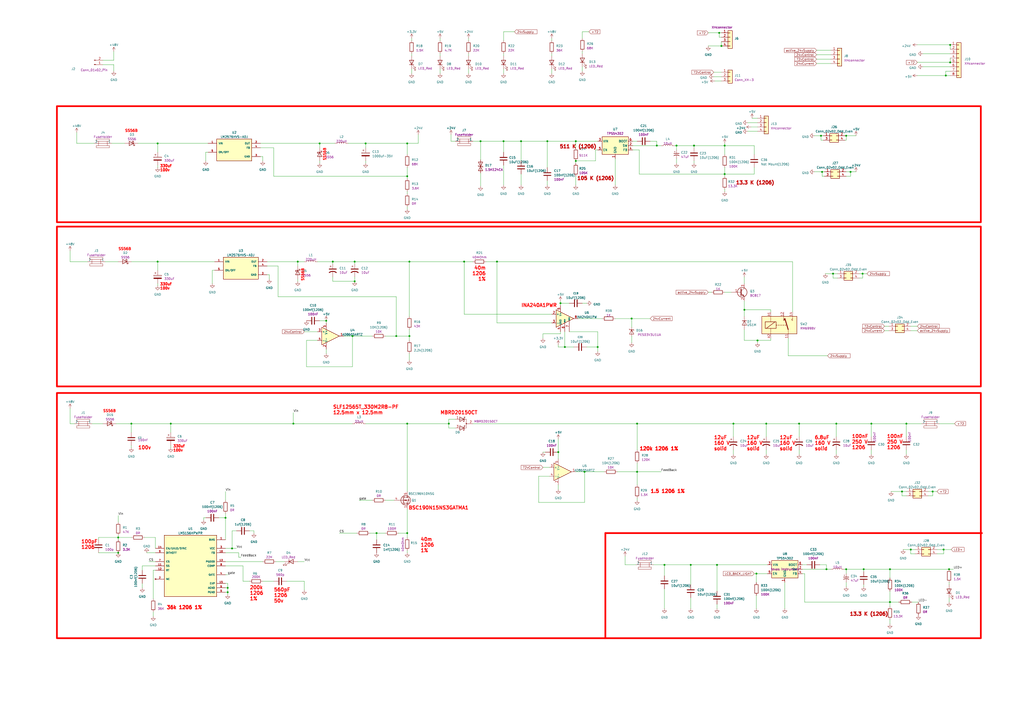
<source format=kicad_sch>
(kicad_sch (version 20230121) (generator eeschema)
  (paper "A2")
  (junction (at 541.02 285.115))
  (junction (at 130.81 300.355))
  (junction (at 278.765 81.915))
  (junction (at 417.195 19.05))
  (junction (at 236.22 83.185))
  (junction (at 483.235 158.75))
  (junction (at 476.25 78.74))
  (junction (at 237.49 194.945))
  (junction (at 288.29 151.765))
  (junction (at 548.64 43.815))
  (junction (at 420.37 100.965))
  (junction (at 523.24 285.115))
  (junction (at 438.785 332.74))
  (junction (at 323.85 262.255))
  (junction (at 269.24 151.765))
  (junction (at 425.45 245.745))
  (junction (at 381 84.455))
  (junction (at 551.18 36.195))
  (junction (at 402.59 84.455))
  (junction (at 91.44 151.765))
  (junction (at 99.06 245.745))
  (junction (at 68.58 320.675))
  (junction (at 237.49 151.765))
  (junction (at 76.2 245.745))
  (junction (at 490.855 330.2))
  (junction (at 229.87 194.945))
  (junction (at 132.08 340.995))
  (junction (at 420.37 84.455))
  (junction (at 193.04 151.765))
  (junction (at 528.32 318.77))
  (junction (at 132.08 343.535))
  (junction (at 236.22 309.245))
  (junction (at 334.01 81.915))
  (junction (at 431.8 179.705))
  (junction (at 516.255 349.25))
  (junction (at 369.57 273.685))
  (junction (at 218.44 309.245))
  (junction (at 212.09 83.185))
  (junction (at 547.37 318.77))
  (junction (at 189.23 186.055))
  (junction (at 490.855 78.74))
  (junction (at 418.465 26.67))
  (junction (at 236.22 102.235))
  (junction (at 236.22 245.745))
  (junction (at 369.57 245.745))
  (junction (at 134.62 318.135))
  (junction (at 551.18 26.035))
  (junction (at 516.255 330.2))
  (junction (at 385.445 327.66))
  (junction (at 334.01 93.345))
  (junction (at 68.58 311.785))
  (junction (at 346.71 201.295))
  (junction (at 205.74 151.765))
  (junction (at 525.78 245.745))
  (junction (at 170.18 245.745))
  (junction (at 463.55 245.745))
  (junction (at 172.72 151.765))
  (junction (at 325.12 175.895))
  (junction (at 302.26 81.915))
  (junction (at 501.015 330.2))
  (junction (at 444.5 245.745))
  (junction (at 366.395 184.785))
  (junction (at 500.38 158.75))
  (junction (at 400.685 327.66))
  (junction (at 485.14 245.745))
  (junction (at 415.925 327.66))
  (junction (at 550.545 330.2))
  (junction (at 505.46 245.745))
  (junction (at 476.885 99.695))
  (junction (at 91.44 83.185))
  (junction (at 339.09 273.685))
  (junction (at 260.35 245.745))
  (junction (at 185.42 83.185))
  (junction (at 205.74 163.195))
  (junction (at 292.1 81.915))
  (junction (at 479.425 330.2))
  (junction (at 204.47 194.945))
  (junction (at 439.42 197.485))
  (junction (at 392.43 84.455))
  (junction (at 327.66 201.295))
  (junction (at 493.395 99.695))
  (junction (at 317.5 81.915))
  (wire (pts (xy 196.85 309.245) (xy 207.01 309.245)))
  (wire (pts (xy 193.04 160.655) (xy 193.04 163.195)))
  (wire (pts (xy 532.13 26.035) (xy 551.18 26.035)))
  (wire (pts (xy 478.79 158.75) (xy 483.235 158.75)))
  (wire (pts (xy 476.25 81.28) (xy 476.25 78.74)))
  (wire (pts (xy 327.66 192.405) (xy 327.66 201.295)))
  (wire (pts (xy 379.095 327.66) (xy 385.445 327.66)))
  (wire (pts (xy 485.14 245.745) (xy 485.14 253.365)))
  (wire (pts (xy 420.37 83.185) (xy 420.37 84.455)))
  (wire (pts (xy 366.395 184.785) (xy 377.19 184.785)))
  (wire (pts (xy 66.04 41.275) (xy 66.04 37.465)))
  (wire (pts (xy 236.22 111.125) (xy 236.22 112.395)))
  (wire (pts (xy 334.01 93.345) (xy 345.44 93.345)))
  (wire (pts (xy 53.34 245.745) (xy 59.69 245.745)))
  (wire (pts (xy 255.27 31.115) (xy 255.27 32.385)))
  (wire (pts (xy 523.875 318.77) (xy 528.32 318.77)))
  (wire (pts (xy 463.55 245.745) (xy 463.55 253.365)))
  (wire (pts (xy 362.585 322.58) (xy 362.585 327.66)))
  (wire (pts (xy 543.56 318.77) (xy 547.37 318.77)))
  (wire (pts (xy 302.26 100.965) (xy 302.26 107.315)))
  (wire (pts (xy 212.09 85.725) (xy 212.09 83.185)))
  (wire (pts (xy 140.97 328.295) (xy 130.81 328.295)))
  (wire (pts (xy 88.9 330.835) (xy 88.9 347.345)))
  (wire (pts (xy 325.12 175.895) (xy 330.2 175.895)))
  (wire (pts (xy 140.97 337.185) (xy 144.78 337.185)))
  (wire (pts (xy 483.235 161.29) (xy 483.235 158.75)))
  (wire (pts (xy 523.24 285.115) (xy 525.78 285.115)))
  (wire (pts (xy 466.725 349.25) (xy 466.725 332.74)))
  (wire (pts (xy 465.455 332.74) (xy 466.725 332.74)))
  (wire (pts (xy 193.04 151.765) (xy 193.04 153.035)))
  (wire (pts (xy 346.71 192.405) (xy 330.2 192.405)))
  (wire (pts (xy 414.02 41.91) (xy 418.465 41.91)))
  (wire (pts (xy 402.59 93.345) (xy 402.59 94.615)))
  (wire (pts (xy 205.74 151.765) (xy 193.04 151.765)))
  (wire (pts (xy 334.01 81.915) (xy 334.01 85.725)))
  (wire (pts (xy 316.23 262.255) (xy 314.96 262.255)))
  (wire (pts (xy 255.27 40.005) (xy 255.27 42.545)))
  (wire (pts (xy 385.445 327.66) (xy 400.685 327.66)))
  (wire (pts (xy 134.62 318.135) (xy 137.16 318.135)))
  (wire (pts (xy 292.1 18.415) (xy 292.1 23.495)))
  (wire (pts (xy 223.52 194.945) (xy 229.87 194.945)))
  (wire (pts (xy 435.61 73.66) (xy 439.42 73.66)))
  (wire (pts (xy 516.255 349.25) (xy 516.255 351.79)))
  (wire (pts (xy 455.295 337.82) (xy 455.295 353.06)))
  (wire (pts (xy 513.08 189.23) (xy 515.62 189.23)))
  (wire (pts (xy 335.28 184.785) (xy 349.25 184.785)))
  (wire (pts (xy 415.925 350.52) (xy 415.925 353.06)))
  (wire (pts (xy 140.97 337.185) (xy 140.97 328.295)))
  (wire (pts (xy 302.26 81.915) (xy 302.26 93.345)))
  (wire (pts (xy 490.22 81.28) (xy 490.855 81.28)))
  (wire (pts (xy 425.45 260.985) (xy 425.45 263.525)))
  (wire (pts (xy 551.18 33.655) (xy 551.18 36.195)))
  (wire (pts (xy 302.26 81.915) (xy 317.5 81.915)))
  (wire (pts (xy 172.72 161.925) (xy 172.72 163.195)))
  (wire (pts (xy 337.82 18.415) (xy 337.82 22.225)))
  (wire (pts (xy 138.43 323.215) (xy 139.7 323.215)))
  (wire (pts (xy 91.44 151.765) (xy 91.44 156.845)))
  (wire (pts (xy 271.78 31.115) (xy 271.78 32.385)))
  (wire (pts (xy 410.845 169.545) (xy 412.75 169.545)))
  (wire (pts (xy 91.44 83.185) (xy 120.65 83.185)))
  (wire (pts (xy 314.96 193.675) (xy 314.96 196.215)))
  (wire (pts (xy 466.725 349.25) (xy 516.255 349.25)))
  (wire (pts (xy 410.845 19.05) (xy 417.195 19.05)))
  (wire (pts (xy 152.4 93.345) (xy 152.4 90.805)))
  (wire (pts (xy 473.71 34.29) (xy 481.965 34.29)))
  (wire (pts (xy 485.775 161.29) (xy 483.235 161.29)))
  (wire (pts (xy 177.8 212.725) (xy 177.8 197.485)))
  (wire (pts (xy 134.62 318.135) (xy 130.81 318.135)))
  (wire (pts (xy 320.04 22.225) (xy 320.04 23.495)))
  (wire (pts (xy 212.09 93.345) (xy 212.09 94.615)))
  (wire (pts (xy 152.4 90.805) (xy 151.13 90.805)))
  (wire (pts (xy 323.85 281.305) (xy 323.85 283.845)))
  (wire (pts (xy 476.25 78.74) (xy 477.52 78.74)))
  (wire (pts (xy 298.45 18.415) (xy 292.1 18.415)))
  (wire (pts (xy 541.02 285.115) (xy 543.56 285.115)))
  (wire (pts (xy 323.85 201.295) (xy 323.85 200.025)))
  (wire (pts (xy 420.37 100.965) (xy 420.37 102.235)))
  (wire (pts (xy 501.015 330.2) (xy 490.855 330.2)))
  (wire (pts (xy 325.12 174.625) (xy 325.12 175.895)))
  (wire (pts (xy 472.44 78.74) (xy 476.25 78.74)))
  (wire (pts (xy 541.02 287.655) (xy 541.02 285.115)))
  (wire (pts (xy 528.32 189.23) (xy 532.13 189.23)))
  (wire (pts (xy 493.395 102.235) (xy 493.395 99.695)))
  (wire (pts (xy 130.81 285.115) (xy 130.81 290.195)))
  (wire (pts (xy 176.53 342.265) (xy 176.53 337.185)))
  (wire (pts (xy 437.515 332.74) (xy 438.785 332.74)))
  (wire (pts (xy 457.2 196.215) (xy 457.2 206.375)))
  (wire (pts (xy 264.16 248.285) (xy 260.35 248.285)))
  (wire (pts (xy 415.925 327.66) (xy 415.925 342.9)))
  (wire (pts (xy 548.64 41.275) (xy 548.64 43.815)))
  (wire (pts (xy 475.615 327.66) (xy 479.425 327.66)))
  (wire (pts (xy 57.15 311.785) (xy 57.15 313.055)))
  (wire (pts (xy 417.195 21.59) (xy 417.195 19.05)))
  (wire (pts (xy 236.22 245.745) (xy 260.35 245.745)))
  (wire (pts (xy 132.08 344.805) (xy 132.08 343.535)))
  (wire (pts (xy 236.22 245.745) (xy 236.22 285.115)))
  (wire (pts (xy 505.46 245.745) (xy 505.46 253.365)))
  (wire (pts (xy 152.4 337.185) (xy 158.75 337.185)))
  (wire (pts (xy 90.17 311.785) (xy 90.17 318.135)))
  (wire (pts (xy 551.18 26.035) (xy 551.18 28.575)))
  (wire (pts (xy 425.45 245.745) (xy 425.45 253.365)))
  (wire (pts (xy 189.23 186.055) (xy 189.23 187.325)))
  (wire (pts (xy 83.82 311.785) (xy 90.17 311.785)))
  (wire (pts (xy 237.49 194.945) (xy 237.49 197.485)))
  (wire (pts (xy 493.395 99.695) (xy 496.57 99.695)))
  (wire (pts (xy 185.42 93.345) (xy 185.42 94.615)))
  (wire (pts (xy 420.37 84.455) (xy 437.515 84.455)))
  (wire (pts (xy 334.01 273.685) (xy 339.09 273.685)))
  (wire (pts (xy 320.04 182.245) (xy 269.24 182.245)))
  (wire (pts (xy 436.245 68.58) (xy 439.42 68.58)))
  (wire (pts (xy 44.45 83.185) (xy 54.61 83.185)))
  (wire (pts (xy 532.13 43.815) (xy 548.64 43.815)))
  (wire (pts (xy 314.96 193.675) (xy 325.12 193.675)))
  (wire (pts (xy 465.455 330.2) (xy 479.425 330.2)))
  (wire (pts (xy 76.2 245.745) (xy 76.2 250.825)))
  (wire (pts (xy 465.455 327.66) (xy 467.995 327.66)))
  (wire (pts (xy 172.72 325.755) (xy 176.53 325.755)))
  (wire (pts (xy 185.42 85.725) (xy 185.42 83.185)))
  (wire (pts (xy 381 84.455) (xy 383.54 84.455)))
  (wire (pts (xy 269.24 151.765) (xy 274.32 151.765)))
  (wire (pts (xy 339.09 273.685) (xy 350.52 273.685)))
  (wire (pts (xy 214.63 309.245) (xy 218.44 309.245)))
  (wire (pts (xy 385.445 327.66) (xy 385.445 334.01)))
  (wire (pts (xy 516.255 342.9) (xy 516.255 349.25)))
  (wire (pts (xy 271.78 22.225) (xy 271.78 23.495)))
  (wire (pts (xy 281.94 151.765) (xy 288.29 151.765)))
  (wire (pts (xy 260.35 248.285) (xy 260.35 245.745)))
  (wire (pts (xy 320.04 32.385) (xy 320.04 31.115)))
  (wire (pts (xy 204.47 194.945) (xy 215.9 194.945)))
  (wire (pts (xy 501.015 339.09) (xy 501.015 340.36)))
  (wire (pts (xy 444.5 245.745) (xy 463.55 245.745)))
  (wire (pts (xy 64.77 83.185) (xy 72.39 83.185)))
  (wire (pts (xy 66.04 34.925) (xy 66.04 29.845)))
  (wire (pts (xy 490.22 78.74) (xy 490.855 78.74)))
  (wire (pts (xy 547.37 318.77) (xy 551.815 318.77)))
  (wire (pts (xy 154.94 151.765) (xy 172.72 151.765)))
  (wire (pts (xy 325.12 175.895) (xy 325.12 177.165)))
  (wire (pts (xy 414.02 44.45) (xy 418.465 44.45)))
  (wire (pts (xy 339.09 273.685) (xy 339.09 291.465)))
  (wire (pts (xy 40.64 145.415) (xy 40.64 151.765)))
  (wire (pts (xy 231.14 309.245) (xy 236.22 309.245)))
  (wire (pts (xy 418.465 21.59) (xy 417.195 21.59)))
  (wire (pts (xy 358.14 273.685) (xy 369.57 273.685)))
  (wire (pts (xy 516.255 349.25) (xy 521.335 349.25)))
  (wire (pts (xy 60.96 151.765) (xy 68.58 151.765)))
  (wire (pts (xy 189.23 202.565) (xy 189.23 205.105)))
  (wire (pts (xy 500.38 158.75) (xy 502.92 158.75)))
  (wire (pts (xy 438.785 332.74) (xy 445.135 332.74)))
  (wire (pts (xy 418.465 24.13) (xy 418.465 26.67)))
  (wire (pts (xy 158.75 102.235) (xy 158.75 85.725)))
  (wire (pts (xy 420.37 109.855) (xy 420.37 111.125)))
  (wire (pts (xy 147.32 309.245) (xy 147.32 307.975)))
  (wire (pts (xy 91.44 151.765) (xy 124.46 151.765)))
  (wire (pts (xy 205.74 151.765) (xy 237.49 151.765)))
  (wire (pts (xy 490.855 78.74) (xy 490.855 81.28)))
  (wire (pts (xy 236.22 319.405) (xy 236.22 320.675)))
  (wire (pts (xy 369.57 273.685) (xy 369.57 281.305)))
  (wire (pts (xy 463.55 245.745) (xy 485.14 245.745)))
  (wire (pts (xy 369.57 245.745) (xy 425.45 245.745)))
  (wire (pts (xy 130.81 325.755) (xy 152.4 325.755)))
  (wire (pts (xy 76.2 258.445) (xy 76.2 259.715)))
  (wire (pts (xy 414.655 46.99) (xy 418.465 46.99)))
  (wire (pts (xy 82.55 328.295) (xy 82.55 330.835)))
  (wire (pts (xy 345.44 86.995) (xy 346.71 86.995)))
  (wire (pts (xy 528.32 191.77) (xy 532.13 191.77)))
  (polyline (pts (xy 351.155 309.245) (xy 569.595 309.245)) (stroke (width 1) (color 255 0 0 1)))
  (wire (pts (xy 130.81 333.375) (xy 132.08 333.375)))
  (wire (pts (xy 418.465 26.67) (xy 410.845 26.67)))
  (wire (pts (xy 490.855 337.82) (xy 490.855 340.36)))
  (wire (pts (xy 242.57 78.105) (xy 242.57 83.185)))
  (wire (pts (xy 498.475 161.29) (xy 500.38 161.29)))
  (wire (pts (xy 447.04 180.975) (xy 447.04 179.705)))
  (wire (pts (xy 176.53 192.405) (xy 184.15 192.405)))
  (wire (pts (xy 86.36 325.755) (xy 90.17 325.755)))
  (wire (pts (xy 490.855 78.74) (xy 496.57 78.74)))
  (wire (pts (xy 535.305 31.115) (xy 551.18 31.115)))
  (wire (pts (xy 490.855 330.2) (xy 489.585 330.2)))
  (wire (pts (xy 130.81 297.815) (xy 130.81 300.355)))
  (wire (pts (xy 356.87 184.785) (xy 366.395 184.785)))
  (wire (pts (xy 161.29 172.085) (xy 161.29 154.305)))
  (wire (pts (xy 516.255 359.41) (xy 516.255 361.95)))
  (wire (pts (xy 431.8 179.705) (xy 447.04 179.705)))
  (wire (pts (xy 138.43 320.675) (xy 130.81 320.675)))
  (wire (pts (xy 516.255 330.2) (xy 550.545 330.2)))
  (wire (pts (xy 274.32 245.745) (xy 369.57 245.745)))
  (wire (pts (xy 82.55 338.455) (xy 82.55 340.995)))
  (wire (pts (xy 525.78 287.655) (xy 523.24 287.655)))
  (wire (pts (xy 538.48 285.115) (xy 541.02 285.115)))
  (wire (pts (xy 433.705 76.2) (xy 439.42 76.2)))
  (wire (pts (xy 127 300.355) (xy 130.81 300.355)))
  (wire (pts (xy 500.38 161.29) (xy 500.38 158.75)))
  (wire (pts (xy 238.76 31.115) (xy 238.76 32.385)))
  (wire (pts (xy 172.72 151.765) (xy 176.53 151.765)))
  (wire (pts (xy 99.06 258.445) (xy 99.06 259.715)))
  (wire (pts (xy 327.66 201.295) (xy 323.85 201.295)))
  (wire (pts (xy 477.52 81.28) (xy 476.25 81.28)))
  (wire (pts (xy 433.705 71.12) (xy 439.42 71.12)))
  (wire (pts (xy 40.64 236.855) (xy 40.64 245.745)))
  (wire (pts (xy 156.21 159.385) (xy 154.94 159.385)))
  (wire (pts (xy 420.37 100.965) (xy 437.515 100.965)))
  (wire (pts (xy 370.84 100.965) (xy 420.37 100.965)))
  (wire (pts (xy 278.765 100.33) (xy 278.765 107.95)))
  (wire (pts (xy 490.855 330.2) (xy 490.855 332.74)))
  (wire (pts (xy 438.785 332.74) (xy 438.785 337.82)))
  (wire (pts (xy 76.2 245.745) (xy 99.06 245.745)))
  (wire (pts (xy 381 81.915) (xy 381 84.455)))
  (wire (pts (xy 118.11 301.625) (xy 118.11 300.355)))
  (wire (pts (xy 132.08 338.455) (xy 132.08 340.995)))
  (wire (pts (xy 317.5 81.915) (xy 334.01 81.915)))
  (wire (pts (xy 463.55 260.985) (xy 463.55 263.525)))
  (wire (pts (xy 323.85 254.635) (xy 323.85 262.255)))
  (wire (pts (xy 68.58 299.085) (xy 68.58 302.895)))
  (wire (pts (xy 40.64 245.745) (xy 43.18 245.745)))
  (wire (pts (xy 91.44 83.185) (xy 91.44 88.265)))
  (wire (pts (xy 124.46 156.845) (xy 123.19 156.845)))
  (wire (pts (xy 402.59 84.455) (xy 420.37 84.455)))
  (wire (pts (xy 88.9 330.835) (xy 90.17 330.835)))
  (wire (pts (xy 530.86 321.31) (xy 528.32 321.31)))
  (wire (pts (xy 479.425 330.2) (xy 481.965 330.2)))
  (wire (pts (xy 147.32 307.975) (xy 144.78 307.975)))
  (wire (pts (xy 472.44 99.695) (xy 476.885 99.695)))
  (wire (pts (xy 138.43 323.215) (xy 138.43 320.675)))
  (wire (pts (xy 425.45 245.745) (xy 444.5 245.745)))
  (wire (pts (xy 238.76 22.225) (xy 238.76 23.495)))
  (wire (pts (xy 400.685 327.66) (xy 400.685 339.09)))
  (wire (pts (xy 366.395 184.785) (xy 366.395 189.865)))
  (wire (pts (xy 90.17 328.295) (xy 82.55 328.295)))
  (wire (pts (xy 130.81 340.995) (xy 132.08 340.995)))
  (wire (pts (xy 320.04 40.005) (xy 320.04 42.545)))
  (wire (pts (xy 314.96 271.145) (xy 318.77 271.145)))
  (wire (pts (xy 185.42 186.055) (xy 189.23 186.055)))
  (wire (pts (xy 229.87 194.945) (xy 229.87 172.085)))
  (wire (pts (xy 91.44 164.465) (xy 91.44 165.735)))
  (wire (pts (xy 292.1 81.915) (xy 302.26 81.915)))
  (wire (pts (xy 271.78 40.005) (xy 271.78 42.545)))
  (wire (pts (xy 76.2 311.785) (xy 68.58 311.785)))
  (wire (pts (xy 369.57 288.925) (xy 369.57 290.195)))
  (wire (pts (xy 346.71 201.295) (xy 346.71 203.835)))
  (wire (pts (xy 269.24 182.245) (xy 269.24 151.765)))
  (wire (pts (xy 367.03 86.995) (xy 370.84 86.995)))
  (wire (pts (xy 513.08 191.77) (xy 515.62 191.77)))
  (wire (pts (xy 323.85 262.255) (xy 323.85 266.065)))
  (wire (pts (xy 170.18 245.745) (xy 204.47 245.745)))
  (wire (pts (xy 118.11 300.355) (xy 119.38 300.355)))
  (wire (pts (xy 40.64 151.765) (xy 50.8 151.765)))
  (wire (pts (xy 208.28 290.195) (xy 215.9 290.195)))
  (wire (pts (xy 85.09 320.675) (xy 90.17 320.675)))
  (wire (pts (xy 505.46 260.985) (xy 505.46 263.525)))
  (wire (pts (xy 479.425 327.66) (xy 479.425 330.2)))
  (wire (pts (xy 288.29 151.765) (xy 459.74 151.765)))
  (wire (pts (xy 130.81 338.455) (xy 132.08 338.455)))
  (wire (pts (xy 444.5 245.745) (xy 444.5 253.365)))
  (wire (pts (xy 431.8 197.485) (xy 439.42 197.485)))
  (wire (pts (xy 377.19 81.915) (xy 381 81.915)))
  (wire (pts (xy 547.37 321.31) (xy 547.37 318.77)))
  (wire (pts (xy 320.04 187.325) (xy 288.29 187.325)))
  (wire (pts (xy 485.14 245.745) (xy 505.46 245.745)))
  (wire (pts (xy 473.71 36.83) (xy 481.965 36.83)))
  (wire (pts (xy 476.885 99.695) (xy 478.155 99.695)))
  (wire (pts (xy 218.44 309.245) (xy 218.44 313.055)))
  (wire (pts (xy 161.29 154.305) (xy 154.94 154.305)))
  (wire (pts (xy 236.22 102.235) (xy 236.22 103.505)))
  (wire (pts (xy 132.08 340.995) (xy 132.08 343.535)))
  (wire (pts (xy 68.58 311.785) (xy 68.58 313.055)))
  (wire (pts (xy 134.62 307.975) (xy 137.16 307.975)))
  (wire (pts (xy 420.37 97.155) (xy 420.37 100.965)))
  (wire (pts (xy 439.42 197.485) (xy 447.04 197.485)))
  (wire (pts (xy 229.87 172.085) (xy 161.29 172.085)))
  (wire (pts (xy 68.58 311.785) (xy 57.15 311.785)))
  (wire (pts (xy 516.255 330.2) (xy 516.255 335.28)))
  (wire (pts (xy 176.53 337.185) (xy 166.37 337.185)))
  (wire (pts (xy 528.32 321.31) (xy 528.32 318.77)))
  (wire (pts (xy 345.44 86.995) (xy 345.44 93.345)))
  (wire (pts (xy 68.58 310.515) (xy 68.58 311.785)))
  (wire (pts (xy 516.89 285.115) (xy 523.24 285.115)))
  (wire (pts (xy 548.64 43.815) (xy 551.18 43.815)))
  (wire (pts (xy 550.545 330.2) (xy 553.085 330.2)))
  (wire (pts (xy 317.5 104.775) (xy 317.5 107.315)))
  (wire (pts (xy 525.78 260.985) (xy 525.78 263.525)))
  (wire (pts (xy 119.38 88.265) (xy 119.38 93.345)))
  (wire (pts (xy 67.31 245.745) (xy 76.2 245.745)))
  (wire (pts (xy 237.49 205.105) (xy 237.49 208.915)))
  (wire (pts (xy 292.1 81.915) (xy 292.1 88.265)))
  (wire (pts (xy 528.955 349.25) (xy 532.765 349.25)))
  (wire (pts (xy 132.08 343.535) (xy 130.81 343.535)))
  (wire (pts (xy 204.47 194.945) (xy 204.47 212.725)))
  (wire (pts (xy 528.32 318.77) (xy 530.86 318.77)))
  (wire (pts (xy 237.49 191.135) (xy 237.49 194.945)))
  (wire (pts (xy 66.04 37.465) (xy 59.69 37.465)))
  (wire (pts (xy 473.71 31.75) (xy 481.965 31.75)))
  (wire (pts (xy 59.69 34.925) (xy 66.04 34.925)))
  (wire (pts (xy 236.22 102.235) (xy 158.75 102.235)))
  (wire (pts (xy 91.44 95.885) (xy 91.44 97.155)))
  (wire (pts (xy 431.8 174.625) (xy 431.8 179.705)))
  (wire (pts (xy 447.04 197.485) (xy 447.04 196.215)))
  (wire (pts (xy 327.66 201.295) (xy 332.74 201.295)))
  (wire (pts (xy 392.43 84.455) (xy 392.43 86.995)))
  (wire (pts (xy 369.57 273.685) (xy 383.54 273.685)))
  (wire (pts (xy 367.03 81.915) (xy 369.57 81.915)))
  (wire (pts (xy 223.52 290.195) (xy 228.6 290.195)))
  (wire (pts (xy 483.235 158.75) (xy 485.775 158.75)))
  (wire (pts (xy 431.8 160.655) (xy 431.8 164.465)))
  (wire (pts (xy 369.57 245.745) (xy 369.57 260.985)))
  (wire (pts (xy 476.885 102.235) (xy 476.885 99.695)))
  (wire (pts (xy 312.42 276.225) (xy 318.77 276.225)))
  (wire (pts (xy 437.515 97.155) (xy 437.515 100.965)))
  (wire (pts (xy 501.015 330.2) (xy 516.255 330.2)))
  (wire (pts (xy 498.475 158.75) (xy 500.38 158.75)))
  (wire (pts (xy 260.35 245.745) (xy 260.35 243.205)))
  (wire (pts (xy 236.22 83.185) (xy 242.57 83.185)))
  (wire (pts (xy 339.09 291.465) (xy 312.42 291.465)))
  (wire (pts (xy 490.855 102.235) (xy 493.395 102.235)))
  (wire (pts (xy 457.2 206.375) (xy 480.06 206.375)))
  (wire (pts (xy 543.56 321.31) (xy 547.37 321.31)))
  (wire (pts (xy 337.82 38.735) (xy 337.82 41.275)))
  (wire (pts (xy 260.35 243.205) (xy 264.16 243.205)))
  (wire (pts (xy 88.9 354.965) (xy 88.9 357.505)))
  (wire (pts (xy 334.01 102.235) (xy 334.01 107.315)))
  (wire (pts (xy 274.32 81.915) (xy 278.765 81.915)))
  (wire (pts (xy 385.445 341.63) (xy 385.445 353.06)))
  (wire (pts (xy 205.74 153.035) (xy 205.74 151.765)))
  (wire (pts (xy 420.37 169.545) (xy 424.18 169.545)))
  (wire (pts (xy 236.22 89.535) (xy 236.22 83.185)))
  (wire (pts (xy 292.1 40.005) (xy 292.1 42.545)))
  (wire (pts (xy 438.785 345.44) (xy 438.785 353.06)))
  (wire (pts (xy 400.685 327.66) (xy 415.925 327.66)))
  (wire (pts (xy 366.395 194.945) (xy 366.395 198.755)))
  (wire (pts (xy 402.59 84.455) (xy 392.43 84.455)))
  (wire (pts (xy 238.76 40.005) (xy 238.76 42.545)))
  (wire (pts (xy 194.31 83.185) (xy 185.42 83.185)))
  (wire (pts (xy 193.04 163.195) (xy 205.74 163.195)))
  (wire (pts (xy 229.87 194.945) (xy 237.49 194.945)))
  (wire (pts (xy 551.18 41.275) (xy 548.64 41.275)))
  (wire (pts (xy 362.585 327.66) (xy 368.935 327.66)))
  (wire (pts (xy 170.18 239.395) (xy 170.18 245.745)))
  (wire (pts (xy 204.47 212.725) (xy 177.8 212.725)))
  (wire (pts (xy 334.01 81.915) (xy 346.71 81.915)))
  (wire (pts (xy 237.49 151.765) (xy 237.49 183.515)))
  (wire (pts (xy 551.18 36.195) (xy 532.13 36.195)))
  (wire (pts (xy 392.43 84.455) (xy 391.16 84.455)))
  (wire (pts (xy 415.925 327.66) (xy 445.135 327.66)))
  (wire (pts (xy 312.42 291.465) (xy 312.42 276.225)))
  (wire (pts (xy 261.62 81.915) (xy 264.16 81.915)))
  (wire (pts (xy 525.78 245.745) (xy 534.67 245.745)))
  (wire (pts (xy 255.27 22.225) (xy 255.27 23.495)))
  (wire (pts (xy 370.84 86.995) (xy 370.84 100.965)))
  (wire (pts (xy 212.09 245.745) (xy 236.22 245.745)))
  (wire (pts (xy 261.62 81.915) (xy 261.62 78.105)))
  (wire (pts (xy 201.93 83.185) (xy 212.09 83.185)))
  (wire (pts (xy 392.43 92.075) (xy 392.43 94.615)))
  (wire (pts (xy 158.75 85.725) (xy 151.13 85.725)))
  (wire (pts (xy 236.22 120.015) (xy 236.22 121.285)))
  (wire (pts (xy 184.15 151.765) (xy 193.04 151.765)))
  (wire (pts (xy 439.42 197.485) (xy 439.42 198.755)))
  (wire (pts (xy 367.03 84.455) (xy 381 84.455)))
  (wire (pts (xy 535.305 38.735) (xy 551.18 38.735)))
  (wire (pts (xy 236.22 97.155) (xy 236.22 102.235)))
  (wire (pts (xy 156.21 161.925) (xy 156.21 159.385)))
  (wire (pts (xy 523.24 287.655) (xy 523.24 285.115)))
  (polyline (pts (xy 351.155 309.245) (xy 351.155 370.205)) (stroke (width 1) (color 255 0 0 1)))
  (wire (pts (xy 44.45 76.835) (xy 44.45 83.185)))
  (wire (pts (xy 485.14 260.985) (xy 485.14 263.525)))
  (wire (pts (xy 288.29 187.325) (xy 288.29 151.765)))
  (wire (pts (xy 99.06 245.745) (xy 170.18 245.745)))
  (wire (pts (xy 151.13 83.185) (xy 185.42 83.185)))
  (wire (pts (xy 237.49 151.765) (xy 269.24 151.765)))
  (wire (pts (xy 550.545 346.71) (xy 550.545 349.25)))
  (wire (pts (xy 400.685 346.71) (xy 400.685 353.06)))
  (wire (pts (xy 525.78 245.745) (xy 525.78 253.365)))
  (wire (pts (xy 57.15 320.675) (xy 68.58 320.675)))
  (wire (pts (xy 99.06 245.745) (xy 99.06 250.825)))
  (wire (pts (xy 292.1 95.885) (xy 292.1 107.315)))
  (wire (pts (xy 544.83 245.745) (xy 553.72 245.745)))
  (wire (pts (xy 538.48 287.655) (xy 541.02 287.655)))
  (wire (pts (xy 337.82 175.895) (xy 340.36 175.895)))
  (wire (pts (xy 120.65 88.265) (xy 119.38 88.265)))
  (wire (pts (xy 334.01 93.345) (xy 334.01 94.615)))
  (wire (pts (xy 278.765 81.915) (xy 278.765 92.71)))
  (wire (pts (xy 317.5 81.915) (xy 317.5 97.155)))
  (wire (pts (xy 160.02 325.755) (xy 165.1 325.755)))
  (wire (pts (xy 346.71 192.405) (xy 346.71 201.295)))
  (wire (pts (xy 490.855 99.695) (xy 493.395 99.695)))
  (wire (pts (xy 205.74 160.655) (xy 205.74 163.195)))
  (wire (pts (xy 76.2 151.765) (xy 91.44 151.765)))
  (wire (pts (xy 369.57 268.605) (xy 369.57 273.685)))
  (wire (pts (xy 444.5 260.985) (xy 444.5 263.525)))
  (wire (pts (xy 80.01 83.185) (xy 91.44 83.185)))
  (wire (pts (xy 218.44 309.245) (xy 223.52 309.245)))
  (wire (pts (xy 212.09 83.185) (xy 236.22 83.185)))
  (wire (pts (xy 431.8 197.485) (xy 431.8 191.135)))
  (wire (pts (xy 123.19 156.845) (xy 123.19 164.465)))
  (wire (pts (xy 459.74 151.765) (xy 459.74 180.975)))
  (wire (pts (xy 172.72 151.765) (xy 172.72 154.305)))
  (wire (pts (xy 402.59 85.725) (xy 402.59 84.455)))
  (wire (pts (xy 236.22 309.245) (xy 236.22 311.785)))
  (wire (pts (xy 356.87 92.075) (xy 356.87 107.315)))
  (wire (pts (xy 278.765 81.915) (xy 292.1 81.915)))
  (wire (pts (xy 437.515 84.455) (xy 437.515 89.535)))
  (wire (pts (xy 473.71 29.21) (xy 481.965 29.21)))
  (wire (pts (xy 550.545 337.82) (xy 550.545 339.09)))
  (wire (pts (xy 431.8 179.705) (xy 431.8 183.515)))
  (wire (pts (xy 134.62 307.975) (xy 134.62 318.135)))
  (wire (pts (xy 337.82 29.845) (xy 337.82 31.115)))
  (wire (pts (xy 420.37 84.455) (xy 420.37 89.535)))
  (wire (pts (xy 417.195 19.05) (xy 418.465 19.05)))
  (wire (pts (xy 340.36 201.295) (xy 346.71 201.295)))
  (wire (pts (xy 177.8 197.485) (xy 184.15 197.485)))
  (wire (pts (xy 478.155 102.235) (xy 476.885 102.235)))
  (wire (pts (xy 236.22 295.275) (xy 236.22 309.245)))
  (wire (pts (xy 325.12 193.675) (xy 325.12 192.405)))
  (wire (pts (xy 341.63 18.415) (xy 337.82 18.415)))
  (wire (pts (xy 501.015 331.47) (xy 501.015 330.2)))
  (wire (pts (xy 199.39 194.945) (xy 204.47 194.945)))
  (wire (pts (xy 130.81 300.355) (xy 130.81 313.055)))
  (wire (pts (xy 292.1 31.115) (xy 292.1 32.385)))
  (wire (pts (xy 505.46 245.745) (xy 525.78 245.745)))
  (rectangle (start 33.02 61.595) (end 568.96 128.905) (stroke (width 1) (color 255 0 0 1)))
  (rectangle (start 33.02 131.445) (end 568.96 224.155) (stroke (width 1) (color 255 0 0 1)))
  (rectangle (start 33.02 227.965) (end 568.96 370.205) (stroke (width 1) (color 255 0 0 1)))
  (text "330uf\n100v\n" (at 92.71 168.275 0) (effects (font (size 1.5 1.5) (thickness 0.4) bold) (justify left bottom)))
  (text "12uF\n160 V\nsolid\n " (at 414.02 264.795 0) (effects (font (size 2 2) (thickness 0.4) bold) (justify left bottom)))
  (text "1.5 1206 1%\n \n\n" (at 377.19 292.735 0) (effects (font (size 2 2) (thickness 0.6) bold) (justify left bottom)))
  (text "100nF\n250 V\n1206\n\n " (at 494.03 267.335 0) (effects (font (size 2 2) (thickness 0.4) bold) (justify left bottom)))
  (text "SS56B\n" (at 189.23 93.345 90) (effects (font (size 1.5 1.5) (thickness 0.3) bold) (justify left bottom)))
  (text "MBRD20150CT" (at 255.27 240.665 0) (effects (font (size 2 2) bold) (justify left bottom)))
  (text "40m\n1206\n1%\n" (at 281.94 163.195 0) (effects (font (size 2 2) (thickness 0.4) bold) (justify right bottom)))
  (text "105 K (1206)" (at 334.645 104.775 0) (effects (font (size 2 2) (thickness 1) bold) (justify left bottom)))
  (text "330uf\n100v\n" (at 92.71 99.695 0) (effects (font (size 1.5 1.5) (thickness 0.4) bold) (justify left bottom)))
  (text "330uf\n100v\n" (at 100.33 262.255 0) (effects (font (size 1.5 1.5) (thickness 0.4) bold) (justify left bottom)))
  (text "100v\n" (at 80.01 260.985 0) (effects (font (size 2 2) (thickness 0.4) bold) (justify left bottom)))
  (text "511 K (1206)" (at 324.485 86.36 0) (effects (font (size 2 2) (thickness 1) bold) (justify left bottom)))
  (text "36k 1206 1%\n" (at 96.52 353.695 0) (effects (font (size 2 2) (thickness 0.6) bold) (justify left bottom)))
  (text "12uF\n160 V\nsolid\n " (at 452.12 264.795 0) (effects (font (size 2 2) (thickness 0.4) bold) (justify left bottom)))
  (text "INA240A1PWR" (at 302.26 178.435 0) (effects (font (size 2 2) bold) (justify left bottom)))
  (text "SS56B\n" (at 59.69 239.395 0) (effects (font (size 1.5 1.5) (thickness 0.3) bold) (justify left bottom)))
  (text "13.3 K (1206)" (at 426.72 107.315 0) (effects (font (size 2 2) (thickness 1) bold) (justify left bottom)))
  (text "120k 1206 1%\n" (at 370.84 261.62 0) (effects (font (size 2 2) (thickness 0.6) bold) (justify left bottom)))
  (text "BSC190N15NS3GATMA1\n" (at 236.855 295.91 0) (effects (font (size 2 2) (thickness 0.4) bold) (justify left bottom)))
  (text "12uF\n160 V\nsolid\n " (at 433.07 264.795 0) (effects (font (size 2 2) (thickness 0.4) bold) (justify left bottom)))
  (text "SLF12565T_330M2R8-PF\n12.5mm x 12.5mm" (at 193.04 240.665 0) (effects (font (size 2 2) (thickness 0.4) bold) (justify left bottom)))
  (text "SS56B\n" (at 68.58 145.415 0) (effects (font (size 1.5 1.5) (thickness 0.3) bold) (justify left bottom)))
  (text "560pF\n1206\n50v" (at 158.75 349.885 0) (effects (font (size 2 2) (thickness 0.4) bold) (justify left bottom)))
  (text "SS56B\n" (at 72.39 76.835 0) (effects (font (size 1.5 1.5) (thickness 0.3) bold) (justify left bottom)))
  (text "6.8uF\n160 V\nsolid\n " (at 472.44 264.795 0) (effects (font (size 2 2) (thickness 0.4) bold) (justify left bottom)))
  (text "13.3 K (1206)" (at 492.76 357.505 0) (effects (font (size 2 2) (thickness 1) bold) (justify left bottom)))
  (text "200k\n1206\n1%\n" (at 144.78 348.615 0) (effects (font (size 2 2) (thickness 0.4) bold) (justify left bottom)))
  (text "100pF\n1206\n\n" (at 46.99 321.945 0) (effects (font (size 2 2) (thickness 0.4) bold) (justify left bottom)))
  (text "40m\n1206\n1%\n" (at 243.84 320.675 0) (effects (font (size 2 2) (thickness 0.4) bold) (justify left bottom)))
  (text "SS56B\n" (at 176.53 163.195 90) (effects (font (size 1.5 1.5) (thickness 0.3) bold) (justify left bottom)))
  (text "100nF\n250 V\n1206\n\n " (at 514.35 267.335 0) (effects (font (size 2 2) (thickness 0.4) bold) (justify left bottom)))
  (label "CS" (at 196.85 309.245 0))
  (label "LED-" (at 532.765 349.25 0))
  (label "LED+" (at 553.085 330.2 0))
  (label "FeedBack" (at 139.7 323.215 0))
  (label "FeedBack" (at 383.54 273.685 0))
  (label "gate" (at 132.08 333.375 0))
  (label "Vin" (at 170.18 239.395 0))
  (label "Vcc" (at 137.16 318.135 0))
  (label "Vin" (at 68.58 299.085 0))
  (label "gate" (at 208.28 290.195 0))
  (label "CS" (at 86.36 325.755 0))
  (label "Vcc" (at 176.53 325.755 0))
  (label "Vin" (at 130.81 285.115 0))
  (global_label "24vSupply " (shape input) (at 298.45 18.415 0) (property "Intersheetrefs" "${INTERSHEET_REFS}" (effects hide)))
  (global_label "72vControl" (shape input) (at 513.08 189.23 180) (property "Intersheetrefs" "${INTERSHEET_REFS}" (effects hide)))
  (global_label "72vControl" (shape input) (at 414.02 41.91 180) (property "Intersheetrefs" "${INTERSHEET_REFS}" (effects hide)))
  (global_label "+72" (shape input) (at 532.13 36.195 180) (property "Intersheetrefs" "${INTERSHEET_REFS}" (effects hide)))
  (global_label "+72" (shape input) (at 341.63 18.415 0) (property "Intersheetrefs" "${INTERSHEET_REFS}" (effects hide)))
  (global_label "active_24vSupply" (shape input) (at 532.13 191.77 0) (property "Intersheetrefs" "${INTERSHEET_REFS}" (effects hide)))
  (global_label "+72" (shape input) (at 553.72 245.745 0) (property "Intersheetrefs" "${INTERSHEET_REFS}" (effects hide)))
  (global_label "24vSupply " (shape input) (at 480.06 206.375 0) (property "Intersheetrefs" "${INTERSHEET_REFS}" (effects hide)))
  (global_label "LCD_BACK_LIGHT" (shape input) (at 437.515 332.74 180) (property "Intersheetrefs" "${INTERSHEET_REFS}" (effects hide)))
  (global_label "24vSupply " (shape input) (at 502.92 158.75 0) (property "Intersheetrefs" "${INTERSHEET_REFS}" (effects hide)))
  (global_label "24vCurrent" (shape input) (at 513.08 191.77 180) (property "Intersheetrefs" "${INTERSHEET_REFS}" (effects hide)))
  (global_label "24vControl" (shape input) (at 176.53 192.405 180) (property "Intersheetrefs" "${INTERSHEET_REFS}" (effects hide)))
  (global_label "active_24vSupply" (shape input) (at 410.845 169.545 180) (property "Intersheetrefs" "${INTERSHEET_REFS}" (effects hide)))
  (global_label "24vCurrent" (shape input) (at 473.71 36.83 180) (property "Intersheetrefs" "${INTERSHEET_REFS}" (effects hide)))
  (global_label "+72" (shape input) (at 410.845 19.05 180) (property "Intersheetrefs" "${INTERSHEET_REFS}" (effects hide)))
  (global_label "72vControl" (shape input) (at 473.71 34.29 180) (property "Intersheetrefs" "${INTERSHEET_REFS}" (effects hide)))
  (global_label "active_24vSupply" (shape input) (at 473.71 29.21 180) (property "Intersheetrefs" "${INTERSHEET_REFS}" (effects hide)))
  (global_label "24vCurrent" (shape input) (at 377.19 184.785 0) (property "Intersheetrefs" "${INTERSHEET_REFS}" (effects hide)))
  (global_label "24vControl" (shape input) (at 532.13 189.23 0) (property "Intersheetrefs" "${INTERSHEET_REFS}" (effects hide)))
  (global_label "+72" (shape input) (at 543.56 285.115 0) (property "Intersheetrefs" "${INTERSHEET_REFS}" (effects hide)))
  (global_label "72vControl" (shape input) (at 314.96 271.145 180) (property "Intersheetrefs" "${INTERSHEET_REFS}" (effects hide)))
  (global_label "24vControl" (shape input) (at 473.71 31.75 180) (property "Intersheetrefs" "${INTERSHEET_REFS}" (effects hide)))
  (global_label "LED+" (shape input) (at 551.815 318.77 0) (property "Intersheetrefs" "${INTERSHEET_REFS}" (effects hide)))
  (symbol (lib_id "power:GND") (at 91.44 97.155 0) (unit 1)
    (property "Reference" "#PWR011" (effects hide))
    (property "Value" "GND" (at 91.44 102.235 0))
    (instances (project "tester supply" (path "" (reference "#PWR011") (unit 1))) (project "tester" (path "" (reference "#PWR0133") (unit 1)) (path "" (reference "#PWR040") (unit 1))))
  )
  (symbol (lib_id "TESTER:330uf-100V") (at 91.44 160.655 0) (unit 1)
    (property "Reference" "C5" (at 95.25 159.131 0) (effects (justify left)))
    (property "Value" "330uf-100V" (effects hide))
    (property "Footprint" "Capacitor_THT:CP_Radial_D16.0mm_P7.50mm" (effects hide))
    (property "Manufacturer" "NICHICON" (effects hide))
    (property "MPN" "UPW2A331MHD" (effects hide))
    (property "Main Value" "330uF" (at 95.25 161.671 0) (effects (justify left)))
    (instances (project "tester supply" (path "" (reference "C5") (unit 1))) (project "tester" (path "" (reference "C28") (unit 1))))
  )
  (symbol (lib_id "TESTER:SS56-smc") (at 185.42 89.535 270) (unit 1)
    (property "Reference" "D6" (at 188.595 88.5825 90) (effects (justify left)))
    (property "Value" "SS56-smc" (effects hide))
    (property "Footprint" "Diode_SMD:D_SMC" (effects hide))
    (property "Manufacturer" "Vishay" (effects hide))
    (property "MPN" "SS56" (effects hide))
    (property "Main Value" "SS56" (at 188.595 91.1225 90) (effects (justify left)))
    (instances (project "tester supply" (path "" (reference "D6") (unit 1))) (project "tester" (path "" (reference "D10") (unit 1))))
  )
  (symbol (lib_id "MLC_K7:10uf-50V-solid") (at 205.74 156.845 0) (unit 1)
    (property "Reference" "C12" (at 209.55 155.575 0) (effects (justify left)))
    (property "Value" "10uf-50V-solid" (effects hide))
    (property "Footprint" "Capacitor_THT:CP_Radial_D4.0mm_P2.00mm" (effects hide))
    (property "Datasheet" "${KIGIT}/Datasheets/KEM_A4072_A759-1104329.pdf" (effects hide))
    (property "MLC Code" "MLCEL12238675" (effects hide))
    (property "Manufacturer" "KEMET" (effects hide))
    (property "MPN" " A759BQ106M1HAAE090" (effects hide))
    (property "Main Value" "10uF" (at 209.55 158.115 0) (effects (justify left)))
    (property "Alternative" "A759BQ106M1HAAE105 (KEMET)" (effects hide))
    (instances (project "tester supply" (path "" (reference "C12") (unit 1))) (project "tester" (path "" (reference "C35") (unit 1))))
  )
  (symbol (lib_id "MLC_K7:100nf(1206)") (at 320.04 262.255 90) (unit 1)
    (property "Reference" "C18" (at 320.04 255.905 90))
    (property "Value" "100nf(1206)" (effects hide))
    (property "Footprint" "Capacitor_SMD:C_1206_3216Metric_Pad1.33x1.80mm_HandSolder" (effects hide))
    (property "Datasheet" "${KIGIT}/Datasheets/mlcc_automotive_soft_en.pdf" (effects hide))
    (property "MLC Code" "MLCEL12237392" (effects hide))
    (property "Manufacturer" "TDK" (effects hide))
    (property "MPN" "CGA5L2X7R2A104K160AE" (effects hide))
    (property "Main Value" "100nF" (at 320.04 258.445 90))
    (instances (project "tester supply" (path "" (reference "C18") (unit 1))) (project "tester" (path "" (reference "C41") (unit 1))))
  )
  (symbol (lib_id "power:+24V") (at 271.78 22.225 0) (unit 1)
    (property "Reference" "#PWR041" (effects hide))
    (property "Value" "+24V" (at 271.78 18.415 0))
    (instances (project "tester supply" (path "" (reference "#PWR041") (unit 1))) (project "tester" (path "" (reference "#PWR0161") (unit 1))))
  )
  (symbol (lib_id "MLC_K7:LED_RED(1206)") (at 292.1 36.195 90) (unit 1)
    (property "Reference" "D11" (at 295.91 37.1475 90) (effects (justify right)))
    (property "Value" "LED_RED(1206)" (effects hide))
    (property "Footprint" "MLC:LED_1206_3216Metric_Castellated" (effects hide))
    (property "Datasheet" "${KIGIT}/Datasheets/led red 1206 150120SS75000-1715266.PDF" (effects hide))
    (property "MLC Code" "MLCEL12238413" (effects hide))
    (property "Manufacturer" "Wurth Elektronik" (effects hide))
    (property "MPN" "150120SS75000" (effects hide))
    (property "Main Value" "LED_Red" (at 295.91 39.6875 90) (effects (justify right)))
    (instances (project "tester supply" (path "" (reference "D11") (unit 1))) (project "tester" (path "" (reference "D16") (unit 1))))
  )
  (symbol (lib_id "power:GND") (at 415.925 353.06 0) (unit 1)
    (property "Reference" "#PWR082" (effects hide))
    (property "Value" "GND" (at 415.925 358.14 0))
    (instances (project "tester supply" (path "" (reference "#PWR082") (unit 1))) (project "tester" (path "" (reference "#PWR0191") (unit 1)) (path "" (reference "#PWR070") (unit 1))))
  )
  (symbol (lib_id "MLC:2.2k(1206)") (at 237.49 201.295 0) (unit 1)
    (property "Reference" "R17" (at 240.03 200.66 0) (effects (justify left)))
    (property "Value" "2.2k(1206)" (at 240.03 203.2 0) (effects (justify left)))
    (property "Footprint" "Resistor_SMD:R_1206_3216Metric_Pad1.30x1.75mm_HandSolder" (effects hide))
    (property "MLC" "MLCEL12238414" (effects hide))
    (property "Package" "smd-1206" (effects hide))
    (instances (project "tester supply" (path "" (reference "R17") (unit 1))) (project "tester" (path "" (reference "R35") (unit 1))))
  )
  (symbol (lib_id "MLC_K7:XH-connector-straight-4P") (at 487.045 34.29 0) (unit 1)
    (property "Reference" "J8" (at 489.585 32.4866 0) (effects (justify left)))
    (property "Value" "XH-connector-straight-4P" (effects hide))
    (property "Footprint" "Connector_JST:JST_XH_B4B-XH-A_1x04_P2.50mm_Vertical" (effects hide))
    (property "Datasheet" "${KIGIT}/Datasheets/eXH.pdf" (effects hide))
    (property "MLC Code" "MLCEL12239468" (effects hide))
    (property "Manufacturer" "JST" (effects hide))
    (property "MPN" "B4B-XH-A" (effects hide))
    (property "Main Value" "XHconnector" (at 489.585 35.0266 0) (effects (justify left)))
    (instances (project "tester supply" (path "" (reference "J8") (unit 1))) (project "tester" (path "" (reference "J13") (unit 1))))
  )
  (symbol (lib_id "power:+24V") (at 532.13 26.035 90) (unit 1)
    (property "Reference" "#PWR071" (effects hide))
    (property "Value" "+24V" (at 528.32 26.67 90) (effects (justify left)))
    (instances (project "tester supply" (path "" (reference "#PWR071") (unit 1))) (project "tester" (path "" (reference "#PWR0211") (unit 1))))
  )
  (symbol (lib_id "power:GND") (at 236.22 320.675 0) (unit 1)
    (property "Reference" "#PWR033" (effects hide))
    (property "Value" "GND" (at 236.22 325.755 0))
    (instances (project "tester supply" (path "" (reference "#PWR033") (unit 1))) (project "tester" (path "" (reference "#PWR0153") (unit 1))))
  )
  (symbol (lib_id "power:+48V") (at 44.45 76.835 0) (unit 1)
    (property "Reference" "#PWR03" (effects hide))
    (property "Value" "+48V" (at 44.45 73.025 0))
    (instances (project "tester supply" (path "" (reference "#PWR03") (unit 1))) (project "tester" (path "" (reference "#PWR0125") (unit 1))))
  )
  (symbol (lib_id "power:GND") (at 392.43 94.615 0) (unit 1)
    (property "Reference" "#PWR061" (effects hide))
    (property "Value" "GND" (at 392.43 99.695 0))
    (instances (project "tester supply" (path "" (reference "#PWR061") (unit 1))) (project "tester" (path "" (reference "#PWR072") (unit 1)) (path "" (reference "#PWR0185") (unit 1))))
  )
  (symbol (lib_id "MLC_K7:Fuse1808Holder") (at 374.015 327.66 0) (unit 1)
    (property "Reference" "J12" (at 374.015 321.31 0))
    (property "Value" "Fuse1808Holder" (effects hide))
    (property "Footprint" "MLC_K7:fuse.holder.1808-1" (effects hide))
    (property "Datasheet" "${KIGIT}/Datasheets/Littelfuse_Fuse_154_154T_154L_154TL_Datasheet_pdf-365375.pdf" (effects hide))
    (property "MLC Code" "MLCEL12238013 " (effects hide))
    (property "Manufacturer" "Littelfuse" (effects hide))
    (property "MPN" "01550900M" (effects hide))
    (property "Main Value" "FuseHolder" (at 374.015 323.85 0))
    (instances (project "tester supply" (path "" (reference "J12") (unit 1))) (project "tester" (path "" (reference "J2") (unit 1)) (path "" (reference "J10") (unit 1))))
  )
  (symbol (lib_id "power:GND") (at 472.44 78.74 270) (unit 1)
    (property "Reference" "#PWR092" (effects hide))
    (property "Value" "GND" (at 469.265 79.375 90) (effects (justify right)))
    (instances (project "tester supply" (path "" (reference "#PWR092") (unit 1))) (project "tester" (path "" (reference "#PWR0371") (unit 1))))
  )
  (symbol (lib_id "power:+5V") (at 323.85 254.635 0) (unit 1)
    (property "Reference" "#PWR052" (effects hide))
    (property "Value" "+5V" (at 323.85 250.825 0))
    (instances (project "tester supply" (path "" (reference "#PWR052") (unit 1))) (project "tester" (path "" (reference "#PWR0173") (unit 1))))
  )
  (symbol (lib_id "MLC_K7:43K(1206)") (at 237.49 187.325 0) (unit 1)
    (property "Reference" "R16" (at 240.03 186.69 0) (effects (justify left)))
    (property "Value" "43K(1206)" (effects hide))
    (property "Footprint" "Resistor_SMD:R_1206_3216Metric_Pad1.30x1.75mm_HandSolder" (effects hide))
    (property "Datasheet" "${KIGIT}/Datasheets/RK73G_RT-3051553.pdf" (effects hide))
    (property "MLC Code" "MLCEL12239430" (effects hide))
    (property "Manufacturer" "KOA Speer Electronics, Inc." (effects hide))
    (property "MPN" " RK73G2BRTTD4302F" (effects hide))
    (property "Main Value" "43K" (at 240.03 189.23 0) (effects (justify left)))
    (instances (project "tester supply" (path "" (reference "R16") (unit 1))) (project "tester" (path "" (reference "R34") (unit 1))))
  )
  (symbol (lib_id "MLC:1uf(1206)") (at 140.97 307.975 90) (unit 1)
    (property "Reference" "C8" (at 140.97 301.625 90))
    (property "Value" "1uf(1206)" (at 140.97 304.165 90))
    (property "Footprint" "Capacitor_SMD:C_1206_3216Metric_Pad1.33x1.80mm_HandSolder" (effects hide))
    (property "Datasheet" "${KIGIT}/Datasheets/mlcc_automotive_soft_en.pdf" (effects hide))
    (property "MLC" "MLCEL12237603" (effects hide))
    (property "Package" "smd-1206" (effects hide))
    (property "Manufacturer" "TDK" (effects hide))
    (property "MPN" "CGA5L3X7R1H105K160AE" (effects hide))
    (instances (project "tester supply" (path "" (reference "C8") (unit 1))) (project "tester" (path "" (reference "C31") (unit 1))))
  )
  (symbol (lib_id "MLC_K7:AD8605") (at 326.39 273.685 0) (unit 1)
    (property "Reference" "U5" (at 339.09 270.2561 0))
    (property "Value" "AD8605ARTZ" (at 339.09 272.7961 0))
    (property "Footprint" "Package_TO_SOT_SMD:TSOT-23-5" (effects hide))
    (property "Datasheet" "${KIGIT}/Datasheets/AD8605ARTZ-Analog-Devices.pdf" (effects hide))
    (property "MLC Code" "MLCEL12239874" (effects hide))
    (property "Manufacturer" "Analog Devices" (effects hide))
    (property "Main value" "AD8605ARTZ" (effects hide))
    (instances (project "tester supply" (path "" (reference "U5") (unit 1))) (project "tester" (path "" (reference "U16") (unit 1))))
  )
  (symbol (lib_id "power:+48V") (at 66.04 29.845 0) (unit 1)
    (property "Reference" "#PWR04" (effects hide))
    (property "Value" "+48V" (at 66.04 26.035 0))
    (instances (project "tester supply" (path "" (reference "#PWR04") (unit 1))) (project "tester" (path "" (reference "#PWR0126") (unit 1))))
  )
  (symbol (lib_id "MLC_K7:10K(1206)") (at 219.71 194.945 270) (unit 1)
    (property "Reference" "R9" (at 219.71 187.325 90))
    (property "Value" "10K(1206)" (at 219.71 189.865 90))
    (property "Footprint" "Resistor_SMD:R_1206_3216Metric_Pad1.30x1.75mm_HandSolder" (effects hide))
    (property "Datasheet" "${KIGIT}/Datasheets/RN73R-1840156.pdf" (effects hide))
    (property "MLC Code" "MLCEL12237631" (effects hide))
    (property "Manufacturer" "KOA Speer Electronics, Inc." (effects hide))
    (property "MPN" "RN73R2BTTD1002F25" (effects hide))
    (property "Main Value" "10K" (at 219.71 192.405 90))
    (property "Alternative" "RC1206FR-0710KL (YAGEO)" (effects hide))
    (instances (project "tester supply" (path "" (reference "R9") (unit 1))) (project "tester" (path "" (reference "R27") (unit 1))))
  )
  (symbol (lib_id "power:GND") (at 236.22 121.285 0) (unit 1)
    (property "Reference" "#PWR032" (effects hide))
    (property "Value" "GND" (at 236.22 126.365 0))
    (instances (project "tester supply" (path "" (reference "#PWR032") (unit 1))) (project "tester" (path "" (reference "#PWR0152") (unit 1)) (path "" (reference "#PWR040") (unit 1))))
  )
  (symbol (lib_id "MLC_K7:LED_RED(1206)") (at 238.76 36.195 90) (unit 1)
    (property "Reference" "D7" (at 242.57 37.1475 90) (effects (justify right)))
    (property "Value" "LED_RED(1206)" (effects hide))
    (property "Footprint" "MLC:LED_1206_3216Metric_Castellated" (effects hide))
    (property "Datasheet" "${KIGIT}/Datasheets/led red 1206 150120SS75000-1715266.PDF" (effects hide))
    (property "MLC Code" "MLCEL12238413" (effects hide))
    (property "Manufacturer" "Wurth Elektronik" (effects hide))
    (property "MPN" "150120SS75000" (effects hide))
    (property "Main Value" "LED_Red" (at 242.57 39.6875 90) (effects (justify right)))
    (instances (project "tester supply" (path "" (reference "D7") (unit 1))) (project "tester" (path "" (reference "D11") (unit 1))))
  )
  (symbol (lib_id "MLC_K7:1k(1206)") (at 416.56 169.545 90) (unit 1)
    (property "Reference" "R22" (at 416.56 165.1 90))
    (property "Value" "1k(1206)" (effects hide))
    (property "Footprint" "Resistor_SMD:R_1206_3216Metric_Pad1.30x1.75mm_HandSolder" (effects hide))
    (property "Datasheet" "${KIGIT}/Datasheets/RN73R-1840156.pdf" (effects hide))
    (property "MLC Code" "MLCEL12238381" (effects hide))
    (property "Manufacturer" "KOA Speer Electronics, Inc." (effects hide))
    (property "MPN" "RN73R2BTTD1001F25" (effects hide))
    (property "Main Value" "1K" (at 416.56 167.64 90))
    (property "Alternative" "RC1206FR-071KL (YAGEO)" (effects hide))
    (instances (project "analog" (path "" (reference "R22") (unit 1))) (project "tester supply" (path "" (reference "R30") (unit 1))) (project "tester" (path "" (reference "R22") (unit 1)) (path "" (reference "R49") (unit 1))))
  )
  (symbol (lib_id "MLC_K7:100nf(1206)") (at 471.805 327.66 90) (unit 1)
    (property "Reference" "C33" (at 471.805 318.77 90))
    (property "Value" "100nf(1206)" (at 471.805 321.31 90))
    (property "Footprint" "Capacitor_SMD:C_1206_3216Metric_Pad1.33x1.80mm_HandSolder" (effects hide))
    (property "Datasheet" "${KIGIT}/Datasheets/mlcc_automotive_soft_en.pdf" (effects hide))
    (property "MLC" "MLCEL12237392" (effects hide))
    (property "Package" "smd-1206" (effects hide))
    (property "Manufacturer" "TDK" (effects hide))
    (property "MPN" "CGA5L2X7R2A104K160AE" (effects hide))
    (property "MLC Code" "MLCEL12237392" (effects hide))
    (property "Main Value" "100nF" (at 471.805 323.85 90))
    (instances (project "tester supply" (path "" (reference "C33") (unit 1))) (project "tester" (path "" (reference "C21") (unit 1)) (path "" (reference "C54") (unit 1))))
  )
  (symbol (lib_id "MLC_K7:TPS54302") (at 356.87 84.455 0) (unit 1)
    (property "Reference" "U7" (at 356.87 74.93 0))
    (property "Value" "TPS54302DDCR" (effects hide))
    (property "Footprint" "Package_TO_SOT_SMD:SOT-23-6" (effects hide))
    (property "Datasheet" "${KIGIT}/Datasheets/TPS54302DDCR-Texas-Instruments.pdf" (effects hide))
    (property "MPN" "TPS54302DDCR" (effects hide))
    (property "Manufacturer" "Texas Instruments" (effects hide))
    (property "MLC code" "MLCEL12240132" (effects hide))
    (property "Main Vlaue" "TPS54302" (at 356.87 77.47 0))
    (instances (project "tester supply" (path "" (reference "U7") (unit 1))) (project "tester" (path "" (reference "U9") (unit 1)) (path "" (reference "U18") (unit 1))))
  )
  (symbol (lib_id "TESTER:120k(1206)") (at 369.57 264.795 0) (unit 1)
    (property "Reference" "R28" (at 372.11 264.16 0) (effects (justify left)))
    (property "Value" "120k(1206)" (effects hide))
    (property "Footprint" "Resistor_SMD:R_1206_3216Metric_Pad1.30x1.75mm_HandSolder" (effects hide))
    (property "Datasheet" "${KIGIT}/Datasheets/RN73R-1840156.pdf" (effects hide))
    (property "MLC Code" "MLCEL12238381" (effects hide))
    (property "Manufacturer" "KOA Speer Electronics, Inc." (effects hide))
    (property "MPN" "RK73H2BTTD1203F" (effects hide))
    (property "Main Value" "120K" (at 372.11 266.7 0) (effects (justify left)))
    (property "Manufacturer(A)" "YAGEO" (effects hide))
    (property "MPN(A)" "AC1206FR-07120KL" (effects hide))
    (instances (project "tester supply" (path "" (reference "R28") (unit 1))) (project "tester" (path "" (reference "R47") (unit 1))))
  )
  (symbol (lib_id "TESTER:10uf-160V") (at 444.5 257.175 0) (unit 1)
    (property "Reference" "C25" (at 448.31 255.905 0) (effects (justify left)))
    (property "Value" "10uf-50V-solid" (effects hide))
    (property "Footprint" "Capacitor_THT:CP_Radial_D10.0mm_P5.00mm" (effects hide))
    (property "Manufacturer" "Panasonic" (effects hide))
    (property "MPN" "ECA-2CHG100B" (effects hide))
    (property "Main Value" "10uF" (at 448.31 258.445 0) (effects (justify left)))
    (instances (project "tester supply" (path "" (reference "C25") (unit 1))) (project "tester" (path "" (reference "C52") (unit 1))))
  )
  (symbol (lib_id "MLC_K7:1.5K(1206)") (at 369.57 285.115 0) (unit 1)
    (property "Reference" "R29" (at 371.475 284.48 0) (effects (justify left)))
    (property "Value" "1.5K(1206)" (effects hide))
    (property "Footprint" "Resistor_SMD:R_1206_3216Metric_Pad1.30x1.75mm_HandSolder" (effects hide))
    (property "Datasheet" "${KIGIT}/Datasheets/RN73R-1840156.pdf" (effects hide))
    (property "MLC Code" "MLCEL12239469" (effects hide))
    (property "Manufacturer" "KOA Speer Electronics, Inc." (effects hide))
    (property "MPN" "RN73R2BTTD1501F25" (effects hide))
    (property "Main Value" "1.5K" (at 371.475 287.02 0) (effects (justify left)))
    (instances (project "tester supply" (path "" (reference "R29") (unit 1))) (project "tester" (path "" (reference "R48") (unit 1))))
  )
  (symbol (lib_id "MLC_K7:Not_Mount(1206)") (at 437.515 93.345 0) (unit 1)
    (property "Reference" "C36" (at 441.325 92.71 0) (effects (justify left)))
    (property "Value" "Not Mount(1206)" (at 441.325 95.25 0) (effects (justify left)))
    (property "Footprint" "Capacitor_SMD:C_1206_3216Metric_Pad1.33x1.80mm_HandSolder" (effects hide))
    (instances (project "tester supply" (path "" (reference "C36") (unit 1))) (project "tester" (path "" (reference "C51") (unit 1))))
  )
  (symbol (lib_id "MLC_K7:100nf(1206)") (at 82.55 334.645 180) (unit 1)
    (property "Reference" "C3" (at 76.2 334.645 90))
    (property "Value" "100nf(1206)" (at 78.74 334.645 90))
    (property "Footprint" "Capacitor_SMD:C_1206_3216Metric_Pad1.33x1.80mm_HandSolder" (effects hide))
    (property "Datasheet" "${KIGIT}/Datasheets/mlcc_automotive_soft_en.pdf" (effects hide))
    (property "MLC Code" "MLCEL12237392" (effects hide))
    (property "Manufacturer" "TDK" (effects hide))
    (property "MPN" "CGA5L2X7R2A104K160AE" (effects hide))
    (property "Main Value" "100nF" (effects hide))
    (instances (project "tester supply" (path "" (reference "C3") (unit 1))) (project "tester" (path "" (reference "C26") (unit 1))))
  )
  (symbol (lib_id "TESTER:INA240A1PW") (at 327.66 184.785 0) (unit 1)
    (property "Reference" "U6" (at 340.36 181.3561 0))
    (property "Value" "INA240A1PW" (at 340.36 183.8961 0))
    (property "Footprint" "Package_SO:TSSOP-8_4.4x3mm_P0.65mm" (effects hide))
    (property "Datasheet" "http://www.ti.com/lit/ds/symlink/ina240.pdf" (effects hide))
    (property "Manufacturer" "Texas Instrument" (effects hide))
    (property "MPN" "INA240A1PWR" (effects hide))
    (property "Main Value" "INA240A1PWR" (effects hide))
    (instances (project "tester supply" (path "" (reference "U6") (unit 1))) (project "tester" (path "" (reference "U17") (unit 1))))
  )
  (symbol (lib_id "MLC:1000uf-35V") (at 212.09 89.535 0) (unit 1)
    (property "Reference" "C13" (at 215.9 88.011 0) (effects (justify left)))
    (property "Value" "1000uf-35V" (at 215.9 90.551 0) (effects (justify left)))
    (property "Footprint" "Capacitor_THT:CP_Radial_D13.0mm_P5.00mm" (effects hide))
    (property "MLC" "MLCEL12238307" (effects hide))
    (property "Package" "THT-radial" (effects hide))
    (instances (project "tester supply" (path "" (reference "C13") (unit 1))) (project "tester" (path "" (reference "C36") (unit 1))))
  )
  (symbol (lib_id "MLC_K7:BC817-smd") (at 429.26 169.545 0) (unit 1)
    (property "Reference" "Q3" (at 434.975 168.91 0) (effects (justify left)))
    (property "Value" "BC817-smd" (effects hide))
    (property "Footprint" "Package_TO_SOT_SMD:SOT-23W_Handsoldering" (effects hide))
    (property "Datasheet" "${KIGIT}/Datasheets/BC817K_SER-1545513.pdf" (effects hide))
    (property "MLC" "MLCEL12238273" (effects hide))
    (property "MLC Code" "MLCEL12237908" (effects hide))
    (property "Manufacturer" "Nexperia" (effects hide))
    (property "MPN" "BC817K-25R" (effects hide))
    (property "Main Value" "BC817" (at 434.975 171.45 0) (effects (justify left)))
    (instances (project "analog" (path "" (reference "Q3") (unit 1))) (project "tester supply" (path "" (reference "Q2") (unit 1))) (project "tester" (path "" (reference "Q3") (unit 1)) (path "" (reference "Q3") (unit 1))))
  )
  (symbol (lib_id "MLC_K7:1.5K(1206)") (at 238.76 27.305 0) (unit 1)
    (property "Reference" "R18" (at 241.3 26.67 0) (effects (justify left)))
    (property "Value" "1.5K(1206)" (effects hide))
    (property "Footprint" "Resistor_SMD:R_1206_3216Metric_Pad1.30x1.75mm_HandSolder" (effects hide))
    (property "Datasheet" "${KIGIT}/Datasheets/RN73R-1840156.pdf" (effects hide))
    (property "MLC Code" "MLCEL12239469" (effects hide))
    (property "Manufacturer" "KOA Speer Electronics, Inc." (effects hide))
    (property "MPN" "RN73R2BTTD1501F25" (effects hide))
    (property "Main Value" "1.5K" (at 241.3 29.21 0) (effects (justify left)))
    (instances (project "tester supply" (path "" (reference "R18") (unit 1))) (project "tester" (path "" (reference "R36") (unit 1))))
  )
  (symbol (lib_id "power:GND") (at 356.87 107.315 0) (unit 1)
    (property "Reference" "#PWR059" (effects hide))
    (property "Value" "GND" (at 356.87 112.395 0))
    (instances (project "tester supply" (path "" (reference "#PWR059") (unit 1))) (project "tester" (path "" (reference "#PWR0180") (unit 1)) (path "" (reference "#PWR071") (unit 1))))
  )
  (symbol (lib_id "MLC:LM2576HVS-ADJ") (at 139.7 156.845 0) (unit 1)
    (property "Reference" "U3" (at 139.7 145.415 0))
    (property "Value" "LM2576HVS-ADJ" (at 139.7 147.955 0))
    (property "Footprint" "Package_TO_SOT_SMD:TO-263-5_TabPin3" (effects hide))
    (property "Datasheet" "${KIGIT}/Datasheets/LM2576 (1).pdf" (effects hide))
    (property "MLC" "MLCEL12237727" (effects hide))
    (property "Manufacturer" "Texas Instruments" (effects hide))
    (property "MPN" "LM2576HVS-ADJ/NOPB" (effects hide))
    (instances (project "tester supply" (path "" (reference "U3") (unit 1))) (project "tester" (path "" (reference "U14") (unit 1))))
  )
  (symbol (lib_id "power:GND") (at 314.96 196.215 0) (unit 1)
    (property "Reference" "#PWR047" (effects hide))
    (property "Value" "GND" (at 314.96 201.295 0))
    (instances (project "analog" (path "" (reference "#PWR047") (unit 1))) (project "tester supply" (path "" (reference "#PWR046") (unit 1))) (project "tester" (path "" (reference "#PWR047") (unit 1)) (path "" (reference "#PWR0167") (unit 1))))
  )
  (symbol (lib_id "power:GND") (at 278.765 107.95 0) (unit 1)
    (property "Reference" "#PWR090" (effects hide))
    (property "Value" "GND" (at 278.765 113.03 0))
    (instances (project "tester supply" (path "" (reference "#PWR090") (unit 1))) (project "tester" (path "" (reference "#PWR0163") (unit 1)) (path "" (reference "#PWR040") (unit 1))))
  )
  (symbol (lib_id "MLC_K7:100nf(1206)") (at 123.19 300.355 90) (unit 1)
    (property "Reference" "C7" (at 123.19 291.465 90))
    (property "Value" "100nf(1206)" (at 123.19 294.005 90))
    (property "Footprint" "Capacitor_SMD:C_1206_3216Metric_Pad1.33x1.80mm_HandSolder" (effects hide))
    (property "Datasheet" "${KIGIT}/Datasheets/mlcc_automotive_soft_en.pdf" (effects hide))
    (property "MLC Code" "MLCEL12237392" (effects hide))
    (property "Manufacturer" "TDK" (effects hide))
    (property "MPN" "CGA5L2X7R2A104K160AE" (effects hide))
    (property "Main Value" "100nF" (at 123.19 296.545 90))
    (instances (project "tester supply" (path "" (reference "C7") (unit 1))) (project "tester" (path "" (reference "C30") (unit 1))))
  )
  (symbol (lib_id "MLC_K7:68K(1206)") (at 236.22 93.345 0) (unit 1)
    (property "Reference" "R12" (at 238.76 92.71 0) (effects (justify left)))
    (property "Value" "68K(1206)" (effects hide))
    (property "Footprint" "Resistor_SMD:R_1206_3216Metric_Pad1.30x1.75mm_HandSolder" (effects hide))
    (property "Datasheet" "${KIGIT}/Datasheets/RN73R-1840156.pdf" (effects hide))
    (property "MLC Code" "MLCEL12239289" (effects hide))
    (property "Manufacturer" "KOA Speer Electronics, Inc." (effects hide))
    (property "MPN" "RN73R2BTTD6802F25" (effects hide))
    (property "Main Value" "68K" (at 238.76 95.25 0) (effects (justify left)))
    (instances (project "tester supply" (path "" (reference "R12") (unit 1))) (project "tester" (path "" (reference "R30") (unit 1))))
  )
  (symbol (lib_id "power:GND") (at 501.015 340.36 0) (unit 1)
    (property "Reference" "#PWR086" (effects hide))
    (property "Value" "GND" (at 501.015 345.44 0))
    (instances (project "tester supply" (path "" (reference "#PWR086") (unit 1))) (project "tester" (path "" (reference "#PWR068") (unit 1)) (path "" (reference "#PWR0203") (unit 1))))
  )
  (symbol (lib_id "power:GND") (at 433.705 76.2 270) (unit 1)
    (property "Reference" "#PWR093" (effects hide))
    (property "Value" "GND" (at 430.53 76.835 90) (effects (justify right)))
    (instances (project "tester supply" (path "" (reference "#PWR093") (unit 1))) (project "tester" (path "" (reference "#PWR0207") (unit 1))))
  )
  (symbol (lib_id "MLC_K7:0R(1206)") (at 236.22 116.205 0) (unit 1)
    (property "Reference" "R14" (at 238.76 115.57 0) (effects (justify left)))
    (property "Value" "0R(1206)" (effects hide))
    (property "Footprint" "Resistor_SMD:R_1206_3216Metric_Pad1.30x1.75mm_HandSolder" (effects hide))
    (property "Datasheet" "${KIGIT}/Datasheets/dcrcwe3-1762152" (effects hide))
    (property "MLC Code" "MLCEL12238502" (effects hide))
    (property "Manufacturer" "Vishay" (effects hide))
    (property "MPN" " CRCW12060000Z0EB" (effects hide))
    (property "Main Value" "0R" (at 238.76 118.11 0) (effects (justify left)))
    (instances (project "tester supply" (path "" (reference "R14") (unit 1))) (project "tester" (path "" (reference "R32") (unit 1))))
  )
  (symbol (lib_id "power:+3.3V") (at 238.76 22.225 0) (unit 1)
    (property "Reference" "#PWR035" (effects hide))
    (property "Value" "+3.3V" (at 238.76 18.415 0))
    (instances (project "tester supply" (path "" (reference "#PWR035") (unit 1))) (project "tester" (path "" (reference "#PWR0155") (unit 1))))
  )
  (symbol (lib_id "power:GND") (at 505.46 263.525 0) (unit 1)
    (property "Reference" "#PWR074" (effects hide))
    (property "Value" "GND" (at 505.46 268.605 0))
    (instances (project "tester supply" (path "" (reference "#PWR074") (unit 1))) (project "tester" (path "" (reference "#PWR0204") (unit 1))))
  )
  (symbol (lib_id "tester supply:BSC190N15NS3GATMA1") (at 233.68 290.195 0) (unit 1)
    (property "Reference" "Q1" (at 238.76 290.195 0) (effects (justify left)))
    (property "Value" "BSC196N10NSG" (at 236.855 286.385 0) (effects (justify left)))
    (property "Footprint" "Package_TO_SOT_SMD:TDSON-8-1" (effects hide))
    (property "Datasheet" "http://www.infineon.com/dgdl/Infineon-BSC196N10NS-DS-v01_07-en.pdf?fileId=db3a3043163797a601164800549d071f" (effects hide))
    (instances (project "tester supply" (path "" (reference "Q1") (unit 1))) (project "tester" (path "" (reference "Q2") (unit 1))))
  )
  (symbol (lib_id "MLC_K7:100nf(1206)") (at 415.925 346.71 0) (unit 1)
    (property "Reference" "C31" (at 419.735 344.805 0) (effects (justify left)))
    (property "Value" "100nf(1206)" (at 419.735 347.345 0) (effects (justify left)))
    (property "Footprint" "Capacitor_SMD:C_1206_3216Metric_Pad1.33x1.80mm_HandSolder" (effects hide))
    (property "Datasheet" "${KIGIT}/Datasheets/mlcc_automotive_soft_en.pdf" (effects hide))
    (property "MLC" "MLCEL12237392" (effects hide))
    (property "Package" "smd-1206" (effects hide))
    (property "Manufacturer" "TDK" (effects hide))
    (property "MPN" "CGA5L2X7R2A104K160AE" (effects hide))
    (property "MLC Code" "MLCEL12237392" (effects hide))
    (property "Main Value" "100nF" (at 419.735 349.885 0) (effects (justify left)))
    (instances (project "tester supply" (path "" (reference "C31") (unit 1))) (project "tester" (path "" (reference "C20") (unit 1)) (path "" (reference "C49") (unit 1))))
  )
  (symbol (lib_id "MLC_K7:10uF(1206)") (at 334.01 175.895 90) (unit 1)
    (property "Reference" "C19" (at 334.01 170.18 90) (effects (font (size 1 1))))
    (property "Value" "10uF(1206)" (at 334.01 172.72 90))
    (property "Footprint" "Capacitor_SMD:C_1206_3216Metric_Pad1.33x1.80mm_HandSolder" (effects hide))
    (property "Datasheet" "${KIGIT}/Datasheets/mlcc_automotive_soft_en.pdf" (effects hide))
    (property "MLC Code" "MLCEL12238450" (effects hide))
    (property "Package" "smd-1206" (effects hide))
    (property "Manufacturer" "TDK" (effects hide))
    (property "MPN" "CGA5L1X7R1H106K160AE" (effects hide))
    (instances (project "tester supply" (path "" (reference "C19") (unit 1))) (project "tester" (path "" (reference "C42") (unit 1))))
  )
  (symbol (lib_id "MLC_K7:LM5156HPWPR") (at 110.49 328.295 0) (unit 1)
    (property "Reference" "U1" (at 110.49 306.705 0))
    (property "Value" "LM5156HPWPR" (at 110.49 309.245 0))
    (property "Footprint" "MLC_K7:IC_LM5156HPWPR" (effects hide))
    (property "MF" "Texas Instruments" (effects hide))
    (property "MAXIMUM_PACKAGE_HEIGHT" "1.2mm" (effects hide))
    (property "Package" "TSSOP-14 Texas Instruments" (effects hide))
    (property "Price" "None" (effects hide))
    (property "Check_prices" "https://www.snapeda.com/parts/LM5156HPWPR/Texas+Instruments/view-part/?ref=eda" (effects hide))
    (property "STANDARD" "Manufacturer Recommendations" (effects hide))
    (property "PARTREV" "September 2020" (effects hide))
    (property "SnapEDA_Link" "https://www.snapeda.com/parts/LM5156HPWPR/Texas+Instruments/view-part/?ref=snap" (effects hide))
    (property "MP" "LM5156HPWPR" (effects hide))
    (property "Purchase-URL" "https://www.snapeda.com/api/url_track_click_mouser/?unipart_id=5375080&manufacturer=Texas Instruments&part_name=LM5156HPWPR&search_term=None" (effects hide))
    (property "Description" "\n2.2-MHz wide VIN nonsynchronous boost, flyback, & SEPIC controller with dual random spread spectrum\n" (effects hide))
    (property "Availability" "In Stock" (effects hide))
    (property "MANUFACTURER" "Texas Instruments" (effects hide))
    (instances (project "tester supply" (path "" (reference "U1") (unit 1))) (project "tester" (path "" (reference "U12") (unit 1))))
  )
  (symbol (lib_id "MLC_K7:10uF(1206)") (at 292.1 92.075 0) (unit 1)
    (property "Reference" "C15" (at 295.275 91.44 0) (effects (justify left)))
    (property "Value" "10uF(1206)" (at 295.275 93.98 0) (effects (justify left)))
    (property "Footprint" "Capacitor_SMD:C_1206_3216Metric_Pad1.33x1.80mm_HandSolder" (effects hide))
    (property "Datasheet" "${KIGIT}/Datasheets/mlcc_automotive_soft_en.pdf" (effects hide))
    (property "MLC" "MLCEL12238450" (effects hide))
    (property "Manufacturer" "TDK" (effects hide))
    (property "MPN" "CGA5L1X7R1H106K160AE" (effects hide))
    (property "MLC Code" "MLCEL12238450" (effects hide))
    (property "Package" "smd-1206" (effects hide))
    (instances (project "tester supply" (path "" (reference "C15") (unit 1))) (project "tester" (path "" (reference "C18") (unit 1)) (path "" (reference "C38") (unit 1))))
  )
  (symbol (lib_id "MLC_K7:10uf-50V-solid") (at 193.04 156.845 0) (unit 1)
    (property "Reference" "C11" (at 196.85 155.575 0) (effects (justify left)))
    (property "Value" "10uf-50V-solid" (effects hide))
    (property "Footprint" "Capacitor_THT:CP_Radial_D4.0mm_P2.00mm" (effects hide))
    (property "Datasheet" "${KIGIT}/Datasheets/KEM_A4072_A759-1104329.pdf" (effects hide))
    (property "MLC Code" "MLCEL12238675" (effects hide))
    (property "Manufacturer" "KEMET" (effects hide))
    (property "MPN" " A759BQ106M1HAAE090" (effects hide))
    (property "Main Value" "10uF" (at 196.85 158.115 0) (effects (justify left)))
    (property "Alternative" "A759BQ106M1HAAE105 (KEMET)" (effects hide))
    (instances (project "tester supply" (path "" (reference "C11") (unit 1))) (project "tester" (path "" (reference "C34") (unit 1))))
  )
  (symbol (lib_id "MLC_K7:LED_RED(1206)") (at 550.545 342.9 90) (unit 1)
    (property "Reference" "D1" (at 554.355 343.8525 90) (effects (justify right)))
    (property "Value" "LED_RED(1206)" (effects hide))
    (property "Footprint" "MLC:LED_1206_3216Metric_Castellated" (effects hide))
    (property "Datasheet" "${KIGIT}/Datasheets/led red 1206 150120SS75000-1715266.PDF" (effects hide))
    (property "MLC Code" "MLCEL12238413" (effects hide))
    (property "Manufacturer" "Wurth Elektronik" (effects hide))
    (property "MPN" "150120SS75000" (effects hide))
    (property "Main Value" "LED_Red" (at 554.355 346.3925 90) (effects (justify right)))
    (instances (project "tester supply" (path "" (reference "D1") (unit 1))) (project "tester" (path "" (reference "D21") (unit 1)) (path "" (reference "D8") (unit 1))))
  )
  (symbol (lib_id "TESTER:100nf(1206)-250V") (at 525.78 257.175 0) (unit 1)
    (property "Reference" "C32" (at 529.59 257.81 0) (effects (justify left)))
    (property "Value" "100nf(1206)-250V" (effects hide))
    (property "Footprint" "Capacitor_SMD:C_1206_3216Metric_Pad1.33x1.80mm_HandSolder" (effects hide))
    (property "Manufacturer" "KEMET" (effects hide))
    (property "MPN" "C1206C104KARECAUTO" (effects hide))
    (property "Main Value" "100nF" (at 527.685 253.365 90))
    (property "MPN(A)" "C3216X7R2E104K160AA" (effects hide))
    (property "Manufacturer(A)" "TDK" (effects hide))
    (instances (project "tester supply" (path "" (reference "C32") (unit 1))) (project "tester" (path "" (reference "C59") (unit 1))))
  )
  (symbol (lib_id "Connector_Generic:Conn_02x02_Odd_Even") (at 520.7 189.23 0) (unit 1)
    (property "Reference" "J34" (at 521.97 184.15 0))
    (property "Value" "Conn_02x02_Odd_Even" (at 521.97 186.69 0))
    (property "Footprint" "Connector_Harwin:Harwin_LTek-Male_2x02_P2.00mm_Vertical_StrainRelief" (effects hide))
  )
  (symbol (lib_id "MLC_K7:1.5KE24CA") (at 278.765 96.52 90) (unit 1)
    (property "Reference" "D17" (at 281.305 95.885 90) (effects (justify right)))
    (property "Value" "1.5KE24CA" (effects hide))
    (property "Footprint" "Diode_THT:D_DO-201AE_P15.24mm_Horizontal" (effects hide))
    (property "Datasheet" "https://www.vishay.com/docs/88301/15ke.pdf" (effects hide))
    (property "MLC Code" "MLCEL12238848" (effects hide))
    (property "Manufacturer" "vishay" (effects hide))
    (property "MPN" "1.5KE24CA" (effects hide))
    (property "Main Value" "1.5KE24CA" (at 281.305 98.425 90) (effects (justify right)))
    (instances (project "tester supply" (path "" (reference "D17") (unit 1))) (project "tester" (path "" (reference "D15") (unit 1))))
  )
  (symbol (lib_id "MLC_K7:Fuse1808Holder") (at 269.24 81.915 0) (unit 1)
    (property "Reference" "J7" (at 269.24 75.565 0))
    (property "Value" "Fuse1808Holder" (effects hide))
    (property "Footprint" "MLC_K7:fuse.holder.1808-1" (effects hide))
    (property "Datasheet" "${KIGIT}/Datasheets/Littelfuse_Fuse_154_154T_154L_154TL_Datasheet_pdf-365375.pdf" (effects hide))
    (property "MLC Code" "MLCEL12238013 " (effects hide))
    (property "Manufacturer" "Littelfuse" (effects hide))
    (property "MPN" "01550900M" (effects hide))
    (property "Main Value" "FuseHolder" (at 269.24 78.105 0))
    (instances (project "tester supply" (path "" (reference "J7") (unit 1))) (project "tester" (path "" (reference "J2") (unit 1)) (path "" (reference "J9") (unit 1))))
  )
  (symbol (lib_id "MLC_K7:10K(1206)") (at 354.33 273.685 270) (unit 1)
    (property "Reference" "R27" (at 354.33 266.065 90))
    (property "Value" "10K(1206)" (at 354.33 268.605 90))
    (property "Footprint" "Resistor_SMD:R_1206_3216Metric_Pad1.30x1.75mm_HandSolder" (effects hide))
    (property "Datasheet" "${KIGIT}/Datasheets/RN73R-1840156.pdf" (effects hide))
    (property "MLC Code" "MLCEL12237631" (effects hide))
    (property "Manufacturer" "KOA Speer Electronics, Inc." (effects hide))
    (property "MPN" "RN73R2BTTD1002F25" (effects hide))
    (property "Main Value" "10K" (at 354.33 271.145 90))
    (property "Alternative" "RC1206FR-0710KL (YAGEO)" (effects hide))
    (instances (project "tester supply" (path "" (reference "R27") (unit 1))) (project "tester" (path "" (reference "R46") (unit 1))))
  )
  (symbol (lib_id "MLC_K7:LED_RED(1206)") (at 255.27 36.195 90) (unit 1)
    (property "Reference" "D8" (at 259.08 37.1475 90) (effects (justify right)))
    (property "Value" "LED_RED(1206)" (effects hide))
    (property "Footprint" "MLC:LED_1206_3216Metric_Castellated" (effects hide))
    (property "Datasheet" "${KIGIT}/Datasheets/led red 1206 150120SS75000-1715266.PDF" (effects hide))
    (property "MLC Code" "MLCEL12238413" (effects hide))
    (property "Manufacturer" "Wurth Elektronik" (effects hide))
    (property "MPN" "150120SS75000" (effects hide))
    (property "Main Value" "LED_Red" (at 259.08 39.6875 90) (effects (justify right)))
    (instances (project "tester supply" (path "" (reference "D8") (unit 1))) (project "tester" (path "" (reference "D12") (unit 1))))
  )
  (symbol (lib_id "power:GND") (at 99.06 259.715 0) (unit 1)
    (property "Reference" "#PWR013" (effects hide))
    (property "Value" "GND" (at 99.06 264.795 0))
    (instances (project "tester supply" (path "" (reference "#PWR013") (unit 1))) (project "tester" (path "" (reference "#PWR0135") (unit 1)) (path "" (reference "#PWR040") (unit 1))))
  )
  (symbol (lib_id "power:GND") (at 238.76 42.545 0) (unit 1)
    (property "Reference" "#PWR036" (effects hide))
    (property "Value" "GND" (at 238.76 47.625 0))
    (instances (project "tester supply" (path "" (reference "#PWR036") (unit 1))) (project "tester" (path "" (reference "#PWR0156") (unit 1))))
  )
  (symbol (lib_id "MLC_K7:LED_RED(1206)") (at 168.91 325.755 0) (unit 1)
    (property "Reference" "D4" (at 167.3225 320.675 0))
    (property "Value" "LED_RED(1206)" (effects hide))
    (property "Footprint" "MLC:LED_1206_3216Metric_Castellated" (effects hide))
    (property "Datasheet" "${KIGIT}/Datasheets/led red 1206 150120SS75000-1715266.PDF" (effects hide))
    (property "MLC Code" "MLCEL12238413" (effects hide))
    (property "Manufacturer" "Wurth Elektronik" (effects hide))
    (property "MPN" "150120SS75000" (effects hide))
    (property "Main Value" "LED_Red" (at 167.3225 323.215 0))
    (instances (project "tester supply" (path "" (reference "D4") (unit 1))) (project "tester" (path "" (reference "D8") (unit 1))))
  )
  (symbol (lib_id "power:GND") (at 172.72 163.195 0) (unit 1)
    (property "Reference" "#PWR023" (effects hide))
    (property "Value" "GND" (at 172.72 168.275 0))
    (instances (project "tester supply" (path "" (reference "#PWR023") (unit 1))) (project "tester" (path "" (reference "#PWR0143") (unit 1)) (path "" (reference "#PWR040") (unit 1))))
  )
  (symbol (lib_id "MLC_K7:PESD3V3U1UA,115") (at 366.395 192.405 270) (unit 1)
    (property "Reference" "D16" (at 368.935 191.643 90) (effects (justify left)))
    (property "Value" " PESD3V3U1UA,115" (effects hide))
    (property "Footprint" "Diode_SMD:D_SOD-323_HandSoldering" (effects hide))
    (property "Datasheet" "${KIGIT}/Datasheets/PESD3V3U1UA,115-Nexperia.pdf" (effects hide))
    (property "MLC Code" "MLCEL12240130" (effects hide))
    (property "Manufacturer" "nexperia" (effects hide))
    (property "MPN" " PESD3V3U1UA,115" (effects hide))
    (property "Main Value" " PESD3V3U1UA" (at 368.935 194.183 90) (effects (justify left)))
    (instances (project "tester supply" (path "" (reference "D16") (unit 1))) (project "tester" (path "" (reference "D19") (unit 1))))
  )
  (symbol (lib_id "Connector_Generic:Conn_02x02_Odd_Even") (at 530.86 285.115 0) (unit 1)
    (property "Reference" "J32" (at 532.13 280.035 0))
    (property "Value" "Conn_02x02_Odd_Even" (at 532.13 282.575 0))
    (property "Footprint" "Connector_Harwin:Harwin_LTek-Male_2x02_P2.00mm_Vertical_StrainRelief" (effects hide))
  )
  (symbol (lib_id "power:GND") (at 550.545 349.25 0) (unit 1)
    (property "Reference" "#PWR089" (effects hide))
    (property "Value" "GND" (at 550.545 354.33 0))
    (instances (project "tester supply" (path "" (reference "#PWR089") (unit 1))) (project "tester" (path "" (reference "#PWR0217") (unit 1)) (path "" (reference "#PWR042") (unit 1))))
  )
  (symbol (lib_id "MLC_K7:511K(1206)") (at 334.01 89.535 0) (unit 1)
    (property "Reference" "R24" (at 335.915 86.36 0) (effects (justify left)))
    (property "Value" "511K(1206)" (effects hide))
    (property "Footprint" "Resistor_SMD:R_1206_3216Metric_Pad1.30x1.75mm_HandSolder" (effects hide))
    (property "Datasheet" "${KIGIT}/Datasheets/RK73H.pdf" (effects hide))
    (property "Manufacturer" "KOA Speer Electronics, Inc." (effects hide))
    (property "MLC Code" "MLCEL12240133" (effects hide))
    (property "MPN" "RK73H2ATTD5113F" (effects hide))
    (property "Manufacturer(a)" "KOA Speer Electronics, Inc." (effects hide))
    (property "MPN(a)" "RK7373H2BTTD5113F" (effects hide))
    (property "Main Value1" "511K" (at 335.915 90.17 0) (effects (justify left)))
    (instances (project "tester supply" (path "" (reference "R24") (unit 1))) (project "tester" (path "" (reference "R42") (unit 1))))
  )
  (symbol (lib_id "power:GND") (at 218.44 320.675 0) (unit 1)
    (property "Reference" "#PWR031" (effects hide))
    (property "Value" "GND" (at 218.44 325.755 0))
    (instances (project "tester supply" (path "" (reference "#PWR031") (unit 1))) (project "tester" (path "" (reference "#PWR0151") (unit 1))))
  )
  (symbol (lib_id "MLC_K7:Pluggable_Terminal_Block-Conn_01x02_Pin") (at 54.61 34.925 0) (mirror x) (unit 1)
    (property "Reference" "J2" (at 42.545 40.005 0))
    (property "Value" "Pluggable Terminal Block-Conn_01x02_Pin" (effects hide))
    (property "Footprint" "Connector_Phoenix_MSTB:PhoenixContact_MSTB_2,5_2-GF_1x02_P5.00mm_Horizontal_ThreadedFlange_MountHole" (effects hide))
    (property "Datasheet" "${KIGIT}/Datasheets/CIXI JIEKE ELECTRONICS CO.,LTD_JK2EDGIR-508.pdf" (effects hide))
    (property "MLC Code" "MLCEL12240053" (effects hide))
    (property "MPN" "JK2EDGIR-508-2P" (effects hide))
    (property "Manufacturer" "Cnjieke" (effects hide))
    (property "Main Value" "Conn_01x02_Pin" (at 54.61 40.64 0))
    (instances (project "tester supply" (path "" (reference "J2") (unit 1))) (project "tester" (path "" (reference "J6") (unit 1))))
  )
  (symbol (lib_id "power:GND") (at 302.26 107.315 0) (unit 1)
    (property "Reference" "#PWR045" (effects hide))
    (property "Value" "GND" (at 302.26 112.395 0))
    (instances (project "tester supply" (path "" (reference "#PWR045") (unit 1))) (project "tester" (path "" (reference "#PWR0166") (unit 1)) (path "" (reference "#PWR069") (unit 1))))
  )
  (symbol (lib_id "MLC_K7:13.3K(1206)") (at 420.37 106.045 0) (unit 1)
    (property "Reference" "R32" (at 422.275 105.41 0) (effects (justify left)))
    (property "Value" "13.3K(1206)" (effects hide))
    (property "Footprint" "Resistor_SMD:R_1206_3216Metric_Pad1.30x1.75mm_HandSolder" (effects hide))
    (property "Datasheet" "${KIGIT}/Datasheets/RK73H.pdf" (effects hide))
    (property "Manufacturer" "KOA Speer Electronics, Inc." (effects hide))
    (property "MLC Code" "MLCEL12240135" (effects hide))
    (property "MPN" "RK73H2ARTTD1332F" (effects hide))
    (property "Manufacturer(a)" "YAGEO" (effects hide))
    (property "MPN(a)" "AC1206FR-0713K3L" (effects hide))
    (property "Main Value1" "13.3K" (at 422.275 107.95 0) (effects (justify left)))
    (instances (project "tester supply" (path "" (reference "R32") (unit 1))) (project "tester" (path "" (reference "R51") (unit 1))))
  )
  (symbol (lib_id "power:GND") (at 340.36 175.895 90) (unit 1)
    (property "Reference" "#PWR047" (effects hide))
    (property "Value" "GND" (at 344.17 176.53 90) (effects (justify right)))
    (instances (project "analog" (path "" (reference "#PWR047") (unit 1))) (project "tester supply" (path "" (reference "#PWR057") (unit 1))) (project "tester" (path "" (reference "#PWR047") (unit 1)) (path "" (reference "#PWR0178") (unit 1))))
  )
  (symbol (lib_id "MLC_K7:Conn_XH-3") (at 423.545 44.45 0) (unit 1)
    (property "Reference" "J11" (at 426.085 43.815 0) (effects (justify left)))
    (property "Value" "Conn_XH-3" (effects hide))
    (property "Footprint" "Connector_JST:JST_XH_B3B-XH-A_1x03_P2.50mm_Vertical" (effects hide))
    (property "MLC Code" "MLCEL12239011" (effects hide))
    (property "Main Value" "Conn_XH-3" (at 426.085 46.355 0) (effects (justify left)))
    (instances (project "tester supply" (path "" (reference "J11") (unit 1))) (project "tester" (path "" (reference "J12") (unit 1))))
  )
  (symbol (lib_id "MLC_K7:22K(1206)") (at 271.78 27.305 180) (unit 1)
    (property "Reference" "R20" (at 274.32 26.67 0) (effects (justify right)))
    (property "Value" "22K(1206)" (effects hide))
    (property "Footprint" "Resistor_SMD:R_1206_3216Metric_Pad1.30x1.75mm_HandSolder" (effects hide))
    (property "Datasheet" "${KIGIT}/Datasheets/RN73R-1840156.pdf" (effects hide))
    (property "MLC Code" "MLCEL12238298" (effects hide))
    (property "Manufacturer" "KOA Speer Electronics, Inc." (effects hide))
    (property "MPN" "RN73R2BTTD2202F25" (effects hide))
    (property "Main Value" "22K" (at 274.32 29.21 0) (effects (justify right)))
    (property "Alternative" "RC1206FR-0722KL (YAGEO)" (effects hide))
    (instances (project "tester supply" (path "" (reference "R20") (unit 1))) (project "tester" (path "" (reference "R38") (unit 1))))
  )
  (symbol (lib_id "MLC_K7:10uF(1206)") (at 402.59 89.535 0) (unit 1)
    (property "Reference" "C23" (at 405.765 88.9 0) (effects (justify left)))
    (property "Value" "10uF(1206)" (at 405.765 91.44 0) (effects (justify left)))
    (property "Footprint" "Capacitor_SMD:C_1206_3216Metric_Pad1.33x1.80mm_HandSolder" (effects hide))
    (property "Datasheet" "${KIGIT}/Datasheets/mlcc_automotive_soft_en.pdf" (effects hide))
    (property "MLC" "MLCEL12238450" (effects hide))
    (property "Manufacturer" "TDK" (effects hide))
    (property "MPN" "CGA5L1X7R1H106K160AE" (effects hide))
    (property "MLC Code" "MLCEL12238450" (effects hide))
    (property "Package" "smd-1206" (effects hide))
    (instances (project "tester supply" (path "" (reference "C23") (unit 1))) (project "tester" (path "" (reference "C23") (unit 1)) (path "" (reference "C48") (unit 1))))
  )
  (symbol (lib_id "power:+48V") (at 320.04 22.225 0) (unit 1)
    (property "Reference" "#PWR049" (effects hide))
    (property "Value" "+48V" (at 320.04 18.415 0))
    (instances (project "tester supply" (path "" (reference "#PWR049") (unit 1))) (project "tester" (path "" (reference "#PWR0170") (unit 1))))
  )
  (symbol (lib_id "Connector_Generic:Conn_02x02_Odd_Even") (at 535.94 318.77 0) (unit 1)
    (property "Reference" "J28" (at 537.21 313.69 0))
    (property "Value" "Conn_02x02_Odd_Even" (at 537.21 316.23 0))
    (property "Footprint" "Connector_Harwin:Harwin_LTek-Male_2x02_P2.00mm_Vertical_StrainRelief" (effects hide))
  )
  (symbol (lib_id "MLC_K7:Fuse1808Holder") (at 539.75 245.745 0) (unit 1)
    (property "Reference" "J9" (at 539.75 239.395 0))
    (property "Value" "Fuse1808Holder" (effects hide))
    (property "Footprint" "MLC_K7:fuse.holder.1808-1" (effects hide))
    (property "Datasheet" "${KIGIT}/Datasheets/Littelfuse_Fuse_154_154T_154L_154TL_Datasheet_pdf-365375.pdf" (effects hide))
    (property "MLC Code" "MLCEL12238013 " (effects hide))
    (property "Manufacturer" "Littelfuse" (effects hide))
    (property "MPN" "01550900M" (effects hide))
    (property "Main Value" "FuseHolder" (at 539.75 241.935 0))
    (instances (project "tester supply" (path "" (reference "J9") (unit 1))) (project "tester" (path "" (reference "J2") (unit 1)) (path "" (reference "J16") (unit 1))))
  )
  (symbol (lib_id "power:GND") (at 425.45 263.525 0) (unit 1)
    (property "Reference" "#PWR065" (effects hide))
    (property "Value" "GND" (at 425.45 268.605 0))
    (instances (project "tester supply" (path "" (reference "#PWR065") (unit 1))) (project "tester" (path "" (reference "#PWR0194") (unit 1))))
  )
  (symbol (lib_id "power:GND") (at 189.23 205.105 0) (unit 1)
    (property "Reference" "#PWR028" (effects hide))
    (property "Value" "GND" (at 189.23 210.185 0))
    (instances (project "tester supply" (path "" (reference "#PWR028") (unit 1))) (project "tester" (path "" (reference "#PWR0148") (unit 1)) (path "" (reference "#PWR040") (unit 1))))
  )
  (symbol (lib_id "TESTER:330uf-100V") (at 99.06 254.635 0) (unit 1)
    (property "Reference" "C6" (at 102.87 253.111 0) (effects (justify left)))
    (property "Value" "330uf-100V" (effects hide))
    (property "Footprint" "Capacitor_THT:CP_Radial_D16.0mm_P7.50mm" (effects hide))
    (property "Manufacturer" "NICHICON" (effects hide))
    (property "MPN" "UPW2A331MHD" (effects hide))
    (property "Main Value" "330uF" (at 102.87 255.651 0) (effects (justify left)))
    (instances (project "tester supply" (path "" (reference "C6") (unit 1))) (project "tester" (path "" (reference "C29") (unit 1))))
  )
  (symbol (lib_id "power:GND") (at 402.59 94.615 0) (unit 1)
    (property "Reference" "#PWR062" (effects hide))
    (property "Value" "GND" (at 402.59 99.695 0))
    (instances (project "tester supply" (path "" (reference "#PWR062") (unit 1))) (project "tester" (path "" (reference "#PWR068") (unit 1)) (path "" (reference "#PWR0187") (unit 1))))
  )
  (symbol (lib_id "power:+48V") (at 40.64 145.415 0) (unit 1)
    (property "Reference" "#PWR01" (effects hide))
    (property "Value" "+48V" (at 40.64 141.605 0))
    (instances (project "tester supply" (path "" (reference "#PWR01") (unit 1))) (project "tester" (path "" (reference "#PWR0123") (unit 1))))
  )
  (symbol (lib_id "MLC_K7:10uF(1206)") (at 385.445 337.82 0) (unit 1)
    (property "Reference" "C27" (at 389.255 337.185 0) (effects (justify left)))
    (property "Value" "10uF(1206)" (at 389.255 339.725 0) (effects (justify left)))
    (property "Footprint" "Capacitor_SMD:C_1206_3216Metric_Pad1.33x1.80mm_HandSolder" (effects hide))
    (property "Datasheet" "${KIGIT}/Datasheets/mlcc_automotive_soft_en.pdf" (effects hide))
    (property "MLC" "MLCEL12238450" (effects hide))
    (property "Manufacturer" "TDK" (effects hide))
    (property "MPN" "CGA5L1X7R1H106K160AE" (effects hide))
    (property "MLC Code" "MLCEL12238450" (effects hide))
    (property "Package" "smd-1206" (effects hide))
    (instances (project "tester supply" (path "" (reference "C27") (unit 1))) (project "tester" (path "" (reference "C18") (unit 1)) (path "" (reference "C45") (unit 1))))
  )
  (symbol (lib_id "power:GND") (at 118.11 301.625 0) (unit 1)
    (property "Reference" "#PWR015" (effects hide))
    (property "Value" "GND" (at 118.11 306.705 0))
    (instances (project "tester supply" (path "" (reference "#PWR015") (unit 1))) (project "tester" (path "" (reference "#PWR0136") (unit 1))))
  )
  (symbol (lib_id "power:GND") (at 525.78 263.525 0) (unit 1)
    (property "Reference" "#PWR077" (effects hide))
    (property "Value" "GND" (at 525.78 268.605 0))
    (instances (project "tester supply" (path "" (reference "#PWR077") (unit 1))) (project "tester" (path "" (reference "#PWR0210") (unit 1))))
  )
  (symbol (lib_id "MLC_K7:100K(1206)") (at 516.255 339.09 0) (unit 1)
    (property "Reference" "R34" (at 518.795 337.185 0) (effects (justify left)))
    (property "Value" "100K(1206)" (at 518.795 339.725 0) (effects (justify left)))
    (property "Footprint" "Resistor_SMD:R_1206_3216Metric_Pad1.30x1.75mm_HandSolder" (effects hide))
    (property "Datasheet" "${KIGIT}/Datasheets/RN73R-1840156.pdf" (effects hide))
    (property "MLC Code" "MLCEL12237630" (effects hide))
    (property "Manufacturer" "KOA Speer Electronics, Inc." (effects hide))
    (property "MPN" "RN73R2BTTD1003F25" (effects hide))
    (property "Main Value" "100K" (at 518.795 342.265 0) (effects (justify left)))
    (instances (project "tester supply" (path "" (reference "R34") (unit 1))) (project "tester" (path "" (reference "R53") (unit 1)) (path "" (reference "R38") (unit 1))))
  )
  (symbol (lib_id "power:GND") (at 400.685 353.06 0) (unit 1)
    (property "Reference" "#PWR081" (effects hide))
    (property "Value" "GND" (at 400.685 358.14 0))
    (instances (project "tester supply" (path "" (reference "#PWR081") (unit 1))) (project "tester" (path "" (reference "#PWR0186") (unit 1)) (path "" (reference "#PWR069") (unit 1))))
  )
  (symbol (lib_id "power:+3.3V") (at 323.85 200.025 0) (unit 1)
    (property "Reference" "#PWR051" (effects hide))
    (property "Value" "+3.3V" (at 323.85 196.215 0))
    (instances (project "tester supply" (path "" (reference "#PWR051") (unit 1))) (project "tester" (path "" (reference "#PWR0172") (unit 1))))
  )
  (symbol (lib_id "power:GND") (at 68.58 320.675 0) (unit 1)
    (property "Reference" "#PWR06" (effects hide))
    (property "Value" "GND" (at 68.58 325.755 0))
    (instances (project "tester supply" (path "" (reference "#PWR06") (unit 1))) (project "tester" (path "" (reference "#PWR0128") (unit 1))))
  )
  (symbol (lib_id "power:GND") (at 444.5 263.525 0) (unit 1)
    (property "Reference" "#PWR068" (effects hide))
    (property "Value" "GND" (at 444.5 268.605 0))
    (instances (project "tester supply" (path "" (reference "#PWR068") (unit 1))) (project "tester" (path "" (reference "#PWR0198") (unit 1))))
  )
  (symbol (lib_id "power:+5V") (at 532.13 43.815 90) (unit 1)
    (property "Reference" "#PWR075" (effects hide))
    (property "Value" "+5V" (at 528.955 44.45 90) (effects (justify left)))
    (instances (project "tester supply" (path "" (reference "#PWR075") (unit 1))) (project "tester" (path "" (reference "#PWR0212") (unit 1))))
  )
  (symbol (lib_id "power:GND") (at 152.4 93.345 0) (unit 1)
    (property "Reference" "#PWR020" (effects hide))
    (property "Value" "GND" (at 152.4 98.425 0))
    (instances (project "tester supply" (path "" (reference "#PWR020") (unit 1))) (project "tester" (path "" (reference "#PWR0141") (unit 1)) (path "" (reference "#PWR040") (unit 1))))
  )
  (symbol (lib_id "power:+5V") (at 189.23 186.055 0) (unit 1)
    (property "Reference" "#PWR027" (effects hide))
    (property "Value" "+5V" (at 189.23 182.245 0))
    (instances (project "tester supply" (path "" (reference "#PWR027") (unit 1))) (project "tester" (path "" (reference "#PWR0147") (unit 1))))
  )
  (symbol (lib_id "TESTER:SS56-smc") (at 72.39 151.765 180) (unit 1)
    (property "Reference" "D2" (at 72.7075 146.685 0))
    (property "Value" "SS56-smc" (effects hide))
    (property "Footprint" "Diode_SMD:D_SMC" (effects hide))
    (property "Manufacturer" "Vishay" (effects hide))
    (property "MPN" "SS56" (effects hide))
    (property "Main Value" "SS56" (at 72.7075 149.225 0))
    (instances (project "tester supply" (path "" (reference "D2") (unit 1))) (project "tester" (path "" (reference "D6") (unit 1))))
  )
  (symbol (lib_id "power:GND") (at 82.55 340.995 0) (unit 1)
    (property "Reference" "#PWR08" (effects hide))
    (property "Value" "GND" (at 82.55 346.075 0))
    (instances (project "tester supply" (path "" (reference "#PWR08") (unit 1))) (project "tester" (path "" (reference "#PWR0130") (unit 1))))
  )
  (symbol (lib_id "MLC_K7:0R(1206)") (at 80.01 311.785 90) (unit 1)
    (property "Reference" "R3" (at 80.01 306.705 90))
    (property "Value" "0R(1206)" (effects hide))
    (property "Footprint" "Resistor_SMD:R_1206_3216Metric_Pad1.30x1.75mm_HandSolder" (effects hide))
    (property "Datasheet" "${KIGIT}/Datasheets/dcrcwe3-1762152" (effects hide))
    (property "MLC Code" "MLCEL12238502" (effects hide))
    (property "Manufacturer" "Vishay" (effects hide))
    (property "MPN" " CRCW12060000Z0EB" (effects hide))
    (property "Main Value" "0R" (at 80.01 309.245 90))
    (instances (project "tester supply" (path "" (reference "R3") (unit 1))) (project "tester" (path "" (reference "R21") (unit 1))))
  )
  (symbol (lib_id "MLC_K7:100R(1206)") (at 227.33 309.245 90) (unit 1)
    (property "Reference" "R11" (at 227.33 304.165 90))
    (property "Value" "100R(1206)" (effects hide))
    (property "Footprint" "MLC:R_1206_3216Metric_Pad1.42x1.75mm_HandSolder" (effects hide))
    (property "Datasheet" "${KIGIT}/Datasheets/RN73R-1840156.pdf" (effects hide))
    (property "MLC Code" "MLCEL12237356" (effects hide))
    (property "Manufacturer" "KOA Speer Electronics, Inc." (effects hide))
    (property "MPN" "RN73R2BTTD100RF25" (effects hide))
    (property "Main Value" "100R" (at 227.33 306.705 90))
    (property "Alternative" "RC1206FR-07100RL" (effects hide))
    (instances (project "tester supply" (path "" (reference "R11") (unit 1))) (project "tester" (path "" (reference "R29") (unit 1))))
  )
  (symbol (lib_id "MLC_K7:0R(1206)") (at 219.71 290.195 90) (unit 1)
    (property "Reference" "R10" (at 219.71 285.115 90))
    (property "Value" "0R(1206)" (effects hide))
    (property "Footprint" "Resistor_SMD:R_1206_3216Metric_Pad1.30x1.75mm_HandSolder" (effects hide))
    (property "Datasheet" "${KIGIT}/Datasheets/dcrcwe3-1762152" (effects hide))
    (property "MLC Code" "MLCEL12238502" (effects hide))
    (property "Manufacturer" "Vishay" (effects hide))
    (property "MPN" " CRCW12060000Z0EB" (effects hide))
    (property "Main Value" "0R" (at 219.71 287.655 90))
    (instances (project "tester supply" (path "" (reference "R10") (unit 1))) (project "tester" (path "" (reference "R28") (unit 1))))
  )
  (symbol (lib_id "Connector_Generic:Conn_02x02_Odd_Even") (at 482.6 78.74 0) (unit 1)
    (property "Reference" "J26" (at 483.87 73.66 0))
    (property "Value" "Conn_02x02_Odd_Even" (at 483.87 76.2 0))
    (property "Footprint" "Connector_Harwin:Harwin_LTek-Male_2x02_P2.00mm_Vertical_StrainRelief" (effects hide))
  )
  (symbol (lib_id "power:GND") (at 369.57 290.195 0) (unit 1)
    (property "Reference" "#PWR060" (effects hide))
    (property "Value" "GND" (at 369.57 295.275 0))
    (instances (project "tester supply" (path "" (reference "#PWR060") (unit 1))) (project "tester" (path "" (reference "#PWR0183") (unit 1))))
  )
  (symbol (lib_id "power:GND") (at 532.765 356.87 0) (unit 1)
    (property "Reference" "#PWR088" (effects hide))
    (property "Value" "GND" (at 532.765 361.95 0))
    (instances (project "tester supply" (path "" (reference "#PWR088") (unit 1))) (project "tester" (path "" (reference "#PWR0213") (unit 1)) (path "" (reference "#PWR073") (unit 1))))
  )
  (symbol (lib_id "power:GND") (at 271.78 42.545 0) (unit 1)
    (property "Reference" "#PWR042" (effects hide))
    (property "Value" "GND" (at 271.78 47.625 0))
    (instances (project "tester supply" (path "" (reference "#PWR042") (unit 1))) (project "tester" (path "" (reference "#PWR0162") (unit 1))))
  )
  (symbol (lib_id "power:+5V") (at 496.57 78.74 0) (unit 1)
    (property "Reference" "#PWR094" (effects hide))
    (property "Value" "+5V" (at 496.57 74.93 0))
    (instances (project "tester supply" (path "" (reference "#PWR094") (unit 1))) (project "tester" (path "" (reference "#PWR0372") (unit 1))))
  )
  (symbol (lib_id "MLC_K7:3.6K(1206)") (at 236.22 107.315 0) (unit 1)
    (property "Reference" "R13" (at 238.76 106.68 0) (effects (justify left)))
    (property "Value" "3.6K(1206)" (effects hide))
    (property "Footprint" "Resistor_SMD:R_1206_3216Metric_Pad1.30x1.75mm_HandSolder" (effects hide))
    (property "Datasheet" "${KIGIT}/Datasheets/RN73R-1840156.pdf" (effects hide))
    (property "MLC Code" "MLCEL12239102" (effects hide))
    (property "Manufacturer" "KOA Speer Electronics, Inc." (effects hide))
    (property "MPN" "RN73R2BTTD3601F25" (effects hide))
    (property "Main Value" "3.6K" (at 238.76 109.22 0) (effects (justify left)))
    (property "Alternative" "RC1206FR-073K6L (YAGEO)" (effects hide))
    (instances (project "tester supply" (path "" (reference "R13") (unit 1))) (project "tester" (path "" (reference "R31") (unit 1))))
  )
  (symbol (lib_id "TESTER:10uF(1206)") (at 76.2 254.635 0) (unit 1)
    (property "Reference" "C2" (at 80.01 254 0) (effects (font (size 1 1)) (justify left)))
    (property "Value" "100nF(1206)-100V" (effects hide))
    (property "Footprint" "Capacitor_SMD:C_1206_3216Metric_Pad1.33x1.80mm_HandSolder" (effects hide))
    (property "Package" "smd-1206" (effects hide))
    (property "Manufacturer" "TDK" (effects hide))
    (property "MPN" "CGA5L1C0G2A104J160AC" (effects hide))
    (property "Manufacturer(A)" "YAGEO" (effects hide))
    (property "MPN(A)" "AC1206KKX7R0BB104" (effects hide))
    (property "Main Value" "100nf" (at 80.01 255.27 0) (effects (justify left)))
    (instances (project "tester supply" (path "" (reference "C2") (unit 1))) (project "tester" (path "" (reference "C25") (unit 1))))
  )
  (symbol (lib_id "MLC_K7:RM699BV-3011-85-1005") (at 441.198 193.421 0) (unit 1)
    (property "Reference" "SW2" (at 464.185 187.96 0) (effects (justify left)))
    (property "Value" "RM699BV-3011-85-1024" (effects hide))
    (property "Footprint" "MLC:RM699BV" (effects hide))
    (property "Datasheet" "${KIGIT}/Datasheets/e_RM699B.pdf" (effects hide))
    (property "Manufacturer" "relpol" (effects hide))
    (property "MLC Code" "MLCEL12238950" (effects hide))
    (property "Main Value" "RM699BV" (at 464.185 190.5 0) (effects (justify left)))
    (instances (project "analog" (path "" (reference "SW2") (unit 1))) (project "tester supply" (path "" (reference "SW1") (unit 1))) (project "tester" (path "" (reference "SW2") (unit 1)) (path "" (reference "SW2") (unit 1))))
  )
  (symbol (lib_id "power:GND") (at 85.09 320.675 180) (unit 1)
    (property "Reference" "#PWR09" (effects hide))
    (property "Value" "GND" (at 85.09 316.865 0))
    (instances (project "tester supply" (path "" (reference "#PWR09") (unit 1))) (project "tester" (path "" (reference "#PWR0131") (unit 1))))
  )
  (symbol (lib_id "MLC_K7:1k(1206)") (at 353.06 184.785 90) (unit 1)
    (property "Reference" "R39" (at 353.06 180.34 90))
    (property "Value" "1k(1206)" (effects hide))
    (property "Footprint" "Resistor_SMD:R_1206_3216Metric_Pad1.30x1.75mm_HandSolder" (effects hide))
    (property "Datasheet" "${KIGIT}/Datasheets/RN73R-1840156.pdf" (effects hide))
    (property "MLC Code" "MLCEL12238381" (effects hide))
    (property "Manufacturer" "KOA Speer Electronics, Inc." (effects hide))
    (property "MPN" "RN73R2BTTD1001F25" (effects hide))
    (property "Main Value" "1K" (at 353.06 182.88 90))
    (property "Alternative" "RC1206FR-071KL (YAGEO)" (effects hide))
    (instances (project "tester supply" (path "" (reference "R39") (unit 1))) (project "tester" (path "" (reference "R45") (unit 1))))
  )
  (symbol (lib_id "power:GND") (at 472.44 99.695 270) (unit 1)
    (property "Reference" "#PWR092" (effects hide))
    (property "Value" "GND" (at 469.265 100.33 90) (effects (justify right)))
    (instances (project "tester supply" (path "" (reference "#PWR092") (unit 1))) (project "tester" (path "" (reference "#PWR0374") (unit 1))))
  )
  (symbol (lib_id "power:GND") (at 323.85 283.845 0) (unit 1)
    (property "Reference" "#PWR053" (effects hide))
    (property "Value" "GND" (at 323.85 288.925 0))
    (instances (project "tester supply" (path "" (reference "#PWR053") (unit 1))) (project "tester" (path "" (reference "#PWR0174") (unit 1)) (path "" (reference "#PWR040") (unit 1))))
  )
  (symbol (lib_id "MLC_K7:0R(1206)") (at 130.81 294.005 180) (unit 1)
    (property "Reference" "R5" (at 133.35 293.37 0) (effects (justify right)))
    (property "Value" "0R(1206)" (effects hide))
    (property "Footprint" "Resistor_SMD:R_1206_3216Metric_Pad1.30x1.75mm_HandSolder" (effects hide))
    (property "Datasheet" "${KIGIT}/Datasheets/dcrcwe3-1762152" (effects hide))
    (property "MLC Code" "MLCEL12238502" (effects hide))
    (property "Manufacturer" "Vishay" (effects hide))
    (property "MPN" " CRCW12060000Z0EB" (effects hide))
    (property "Main Value" "0R" (at 133.35 295.91 0) (effects (justify right)))
    (instances (project "tester supply" (path "" (reference "R5") (unit 1))) (project "tester" (path "" (reference "R23") (unit 1))))
  )
  (symbol (lib_id "power:GND") (at 535.305 38.735 270) (unit 1)
    (property "Reference" "#PWR073" (effects hide))
    (property "Value" "GND" (at 531.495 39.37 90) (effects (justify right)))
    (instances (project "tester supply" (path "" (reference "#PWR073") (unit 1))) (project "tester" (path "" (reference "#PWR0215") (unit 1))))
  )
  (symbol (lib_id "power:GND") (at 414.02 44.45 270) (unit 1)
    (property "Reference" "#PWR076" (effects hide))
    (property "Value" "GND" (at 410.21 45.085 90) (effects (justify right)))
    (instances (project "tester supply" (path "" (reference "#PWR076") (unit 1))) (project "tester" (path "" (reference "#PWR0189") (unit 1))))
  )
  (symbol (lib_id "power:+5V") (at 255.27 22.225 0) (unit 1)
    (property "Reference" "#PWR038" (effects hide))
    (property "Value" "+5V" (at 255.27 18.415 0))
    (instances (project "tester supply" (path "" (reference "#PWR038") (unit 1))) (project "tester" (path "" (reference "#PWR0158") (unit 1))))
  )
  (symbol (lib_id "MLC_K7:10uh-smd-12*12") (at 387.35 84.455 0) (unit 1)
    (property "Reference" "L4" (at 387.35 80.645 0))
    (property "Value" "10uh-smd-12*12" (effects hide))
    (property "Footprint" "MLC:L_12x12mm_" (effects hide))
    (property "Datasheet" "${KIGIT}//Datasheets/SLF12565 type.pdf" (effects hide))
    (property "MLC Code" "MLCEL12239127" (effects hide))
    (property "Manufacturer" "TDK" (effects hide))
    (property "MPN" "SLF12565T-100M1R6-PF" (effects hide))
    (property "Main Value" "10uH" (at 387.35 83.185 0))
    (instances (project "tester supply" (path "" (reference "L4") (unit 1))) (project "tester" (path "" (reference "L1") (unit 1)) (path "" (reference "L4") (unit 1))))
  )
  (symbol (lib_id "power:GND") (at 455.295 353.06 0) (unit 1)
    (property "Reference" "#PWR084" (effects hide))
    (property "Value" "GND" (at 455.295 358.14 0))
    (instances (project "tester supply" (path "" (reference "#PWR084") (unit 1))) (project "tester" (path "" (reference "#PWR0199") (unit 1)) (path "" (reference "#PWR071") (unit 1))))
  )
  (symbol (lib_id "TESTER:SS56-smc") (at 76.2 83.185 180) (unit 1)
    (property "Reference" "D3" (at 76.5175 78.105 0))
    (property "Value" "SS56-smc" (effects hide))
    (property "Footprint" "Diode_SMD:D_SMC" (effects hide))
    (property "Manufacturer" "Vishay" (effects hide))
    (property "MPN" "SS56" (effects hide))
    (property "Main Value" "SS56" (at 76.5175 80.645 0))
    (instances (project "tester supply" (path "" (reference "D3") (unit 1))) (project "tester" (path "" (reference "D7") (unit 1))))
  )
  (symbol (lib_id "TESTER:100nf(1206)-250V") (at 505.46 257.175 0) (unit 1)
    (property "Reference" "C30" (at 509.27 257.81 0) (effects (justify left)))
    (property "Value" "100nf(1206)-250V" (effects hide))
    (property "Footprint" "Capacitor_SMD:C_1206_3216Metric_Pad1.33x1.80mm_HandSolder" (effects hide))
    (property "Manufacturer" "KEMET" (effects hide))
    (property "MPN" "C1206C104KARECAUTO" (effects hide))
    (property "Main Value" "100nF" (at 507.365 253.365 90))
    (property "MPN(A)" "C3216X7R2E104K160AA" (effects hide))
    (property "Manufacturer(A)" "TDK" (effects hide))
    (instances (project "tester supply" (path "" (reference "C30") (unit 1))) (project "tester" (path "" (reference "C58") (unit 1))))
  )
  (symbol (lib_id "MLC_K7:100nf(1206)") (at 373.38 81.915 90) (unit 1)
    (property "Reference" "C21" (at 373.38 73.025 90))
    (property "Value" "100nf(1206)" (at 373.38 75.565 90))
    (property "Footprint" "Capacitor_SMD:C_1206_3216Metric_Pad1.33x1.80mm_HandSolder" (effects hide))
    (property "Datasheet" "${KIGIT}/Datasheets/mlcc_automotive_soft_en.pdf" (effects hide))
    (property "MLC" "MLCEL12237392" (effects hide))
    (property "Package" "smd-1206" (effects hide))
    (property "Manufacturer" "TDK" (effects hide))
    (property "MPN" "CGA5L2X7R2A104K160AE" (effects hide))
    (property "MLC Code" "MLCEL12237392" (effects hide))
    (property "Main Value" "100nF" (at 373.38 78.105 90))
    (instances (project "tester supply" (path "" (reference "C21") (unit 1))) (project "tester" (path "" (reference "C21") (unit 1)) (path "" (reference "C44") (unit 1))))
  )
  (symbol (lib_id "power:GND") (at 420.37 111.125 0) (unit 1)
    (property "Reference" "#PWR064" (effects hide))
    (property "Value" "GND" (at 420.37 116.205 0))
    (instances (project "tester supply" (path "" (reference "#PWR064") (unit 1))) (project "tester" (path "" (reference "#PWR0193") (unit 1))))
  )
  (symbol (lib_id "MLC_K7:22K(1206)") (at 292.1 27.305 180) (unit 1)
    (property "Reference" "R22" (at 294.64 26.67 0) (effects (justify right)))
    (property "Value" "22K(1206)" (effects hide))
    (property "Footprint" "Resistor_SMD:R_1206_3216Metric_Pad1.30x1.75mm_HandSolder" (effects hide))
    (property "Datasheet" "${KIGIT}/Datasheets/RN73R-1840156.pdf" (effects hide))
    (property "MLC Code" "MLCEL12238298" (effects hide))
    (property "Manufacturer" "KOA Speer Electronics, Inc." (effects hide))
    (property "MPN" "RN73R2BTTD2202F25" (effects hide))
    (property "Main Value" "22K" (at 294.64 29.21 0) (effects (justify right)))
    (property "Alternative" "RC1206FR-0722KL (YAGEO)" (effects hide))
    (instances (project "tester supply" (path "" (reference "R22") (unit 1))) (project "tester" (path "" (reference "R40") (unit 1))))
  )
  (symbol (lib_id "power:GND") (at 438.785 353.06 0) (unit 1)
    (property "Reference" "#PWR083" (effects hide))
    (property "Value" "GND" (at 438.785 358.14 0))
    (instances (project "tester supply" (path "" (reference "#PWR083") (unit 1))) (project "tester" (path "" (reference "#PWR0196") (unit 1)) (path "" (reference "#PWR099") (unit 1))))
  )
  (symbol (lib_id "power:+24V") (at 362.585 322.58 0) (unit 1)
    (property "Reference" "#PWR079" (effects hide))
    (property "Value" "+24V" (at 362.585 318.77 0))
    (instances (project "tester supply" (path "" (reference "#PWR079") (unit 1))) (project "tester" (path "" (reference "#PWR039") (unit 1)) (path "" (reference "#PWR0181") (unit 1))))
  )
  (symbol (lib_id "power:GND") (at 292.1 107.315 0) (unit 1)
    (property "Reference" "#PWR043" (effects hide))
    (property "Value" "GND" (at 292.1 112.395 0))
    (instances (project "tester supply" (path "" (reference "#PWR043") (unit 1))) (project "tester" (path "" (reference "#PWR0165") (unit 1)) (path "" (reference "#PWR040") (unit 1))))
  )
  (symbol (lib_id "MLC_K7:10uF(1206)") (at 302.26 97.155 0) (unit 1)
    (property "Reference" "C16" (at 305.435 96.52 0) (effects (justify left)))
    (property "Value" "10uF(1206)" (at 305.435 99.06 0) (effects (justify left)))
    (property "Footprint" "Capacitor_SMD:C_1206_3216Metric_Pad1.33x1.80mm_HandSolder" (effects hide))
    (property "Datasheet" "${KIGIT}/Datasheets/mlcc_automotive_soft_en.pdf" (effects hide))
    (property "MLC" "MLCEL12238450" (effects hide))
    (property "Manufacturer" "TDK" (effects hide))
    (property "MPN" "CGA5L1X7R1H106K160AE" (effects hide))
    (property "MLC Code" "MLCEL12238450" (effects hide))
    (property "Package" "smd-1206" (effects hide))
    (instances (project "tester supply" (path "" (reference "C16") (unit 1))) (project "tester" (path "" (reference "C19") (unit 1)) (path "" (reference "C39") (unit 1))))
  )
  (symbol (lib_id "TESTER:MBRD20150CT") (at 269.24 245.745 0) (unit 1)
    (property "Reference" "D9" (at 265.43 250.825 0))
    (property "Value" "MBRD20150CT" (effects hide))
    (property "Footprint" "Package_TO_SOT_SMD:TO-252-2" (effects hide))
    (property "Manufacturer" "Diodes" (effects hide))
    (property "MPN" "MBRD20150CT" (effects hide))
    (property "Main Value" "MBRD20150CT" (at 274.955 244.475 0) (effects (justify left)))
    (instances (project "tester supply" (path "" (reference "D9") (unit 1))) (project "tester" (path "" (reference "D13") (unit 1))))
  )
  (symbol (lib_id "power:GND") (at 478.79 158.75 0) (unit 1)
    (property "Reference" "#PWR047" (effects hide))
    (property "Value" "GND" (at 478.79 163.83 0))
    (instances (project "analog" (path "" (reference "#PWR047") (unit 1))) (project "tester supply" (path "" (reference "#PWR067") (unit 1))) (project "tester" (path "" (reference "#PWR047") (unit 1)) (path "" (reference "#PWR0216") (unit 1))))
  )
  (symbol (lib_id "power:GND") (at 314.96 262.255 0) (unit 1)
    (property "Reference" "#PWR047" (effects hide))
    (property "Value" "GND" (at 314.96 267.335 0))
    (instances (project "tester supply" (path "" (reference "#PWR047") (unit 1))) (project "tester" (path "" (reference "#PWR0168") (unit 1)) (path "" (reference "#PWR040") (unit 1))))
  )
  (symbol (lib_id "power:+5V") (at 325.12 174.625 0) (unit 1)
    (property "Reference" "#PWR054" (effects hide))
    (property "Value" "+5V" (at 325.12 170.815 0))
    (instances (project "tester supply" (path "" (reference "#PWR054") (unit 1))) (project "tester" (path "" (reference "#PWR0175") (unit 1))))
  )
  (symbol (lib_id "MLC_K7:220uH-12x12x10-2.5A") (at 198.12 83.185 90) (unit 1)
    (property "Reference" "L2" (at 198.12 79.375 90))
    (property "Value" "220uH-12x12x10-2.5A" (effects hide))
    (property "Footprint" "Inductor_SMD:L_12x12mm_H8mm" (effects hide))
    (property "Datasheet" "${KIGIT}/Datasheets/smd-inductor-APCI_Series-2943960.pdf" (effects hide))
    (property "MLC Code" "MLCEL12238995" (effects hide))
    (property "Manufacturer" "Pulse Electronics" (effects hide))
    (property "MPN" "APCI00121210221M80" (effects hide))
    (property "Main Value" "220uH" (at 198.12 81.915 90))
  )
  (symbol (lib_id "power:GND") (at 410.845 26.67 0) (unit 1)
    (property "Reference" "#PWR022" (effects hide))
    (property "Value" "GND" (at 410.845 31.75 0))
    (instances (project "tester supply" (path "" (reference "#PWR022") (unit 1))) (project "tester" (path "" (reference "#PWR0188") (unit 1))))
  )
  (symbol (lib_id "power:GND") (at 366.395 198.755 0) (unit 1)
    (property "Reference" "#PWR047" (effects hide))
    (property "Value" "GND" (at 366.395 203.835 0))
    (instances (project "analog" (path "" (reference "#PWR047") (unit 1))) (project "tester supply" (path "" (reference "#PWR091") (unit 1))) (project "tester" (path "" (reference "#PWR047") (unit 1)) (path "" (reference "#PWR0182") (unit 1))))
  )
  (symbol (lib_id "power:+5V") (at 436.245 68.58 0) (unit 1)
    (property "Reference" "#PWR094" (effects hide))
    (property "Value" "+5V" (at 436.245 64.77 0))
    (instances (project "tester supply" (path "" (reference "#PWR094") (unit 1))) (project "tester" (path "" (reference "#PWR0209") (unit 1))))
  )
  (symbol (lib_id "power:GND") (at 516.89 285.115 0) (unit 1)
    (property "Reference" "#PWR077" (effects hide))
    (property "Value" "GND" (at 516.89 290.195 0))
    (instances (project "tester supply" (path "" (reference "#PWR077") (unit 1))) (project "tester" (path "" (reference "#PWR0381") (unit 1))))
  )
  (symbol (lib_id "Connector_Generic:Conn_02x02_Odd_Even") (at 490.855 158.75 0) (unit 1)
    (property "Reference" "J35" (at 492.125 153.67 0))
    (property "Value" "Conn_02x02_Odd_Even" (at 492.125 156.21 0))
    (property "Footprint" "Connector_Harwin:Harwin_LTek-Male_2x02_P2.00mm_Vertical_StrainRelief" (effects hide))
  )
  (symbol (lib_id "MLC_K7:105K(1206)") (at 334.01 98.425 0) (unit 1)
    (property "Reference" "R25" (at 335.915 97.79 0) (effects (justify left)))
    (property "Value" "105K(1206)" (effects hide))
    (property "Footprint" "Resistor_SMD:R_1206_3216Metric_Pad1.30x1.75mm_HandSolder" (effects hide))
    (property "Datasheet" "${KIGIT}/Datasheets/RK73H.pdf" (effects hide))
    (property "Manufacturer" "KOA Speer Electronics, Inc." (effects hide))
    (property "MLC Code" "MLCEL12240134" (effects hide))
    (property "MPN" "RK73H2ARTTD1053F" (effects hide))
    (property "Manufacturer(a)" "YAGEO" (effects hide))
    (property "MPN(a)" "AC1206FR-07105KL" (effects hide))
    (property "Main Value1" "105K" (at 335.915 100.33 0) (effects (justify left)))
    (instances (project "tester supply" (path "" (reference "R25") (unit 1))) (project "tester" (path "" (reference "R43") (unit 1))))
  )
  (symbol (lib_id "power:GND") (at 439.42 198.755 0) (unit 1)
    (property "Reference" "#PWR047" (effects hide))
    (property "Value" "GND" (at 439.42 203.835 0))
    (instances (project "analog" (path "" (reference "#PWR047") (unit 1))) (project "tester supply" (path "" (reference "#PWR067") (unit 1))) (project "tester" (path "" (reference "#PWR047") (unit 1)) (path "" (reference "#PWR0197") (unit 1))))
  )
  (symbol (lib_id "MLC_K7:4.7K(1206)") (at 255.27 27.305 0) (unit 1)
    (property "Reference" "R19" (at 257.81 26.67 0) (effects (justify left)))
    (property "Value" "4.7K(1206)" (effects hide))
    (property "Footprint" "Resistor_SMD:R_1206_3216Metric_Pad1.30x1.75mm_HandSolder" (effects hide))
    (property "Datasheet" "${KIGIT}/Datasheets/RN73R-1840156.pdf" (effects hide))
    (property "MLC Code" "MLCEL12237587" (effects hide))
    (property "Manufacturer" "KOA Speer Electronics, Inc." (effects hide))
    (property "MPN" "RN73R2BTTD4701F25" (effects hide))
    (property "Main Value" "4.7K" (at 257.81 29.21 0) (effects (justify left)))
    (property "Alternative" "RC1206FR-074K7L (YAGEO)" (effects hide))
    (instances (project "tester supply" (path "" (reference "R19") (unit 1))) (project "tester" (path "" (reference "R37") (unit 1))))
  )
  (symbol (lib_id "Regulator_Switching:TPS54302") (at 455.295 330.2 0) (unit 1)
    (property "Reference" "U8" (at 455.295 321.31 0))
    (property "Value" "TPS54302" (at 455.295 323.85 0))
    (property "Footprint" "Package_SO:Diodes_PSOP-8" (effects hide))
    (property "Datasheet" "http://www.ti.com/lit/ds/symlink/tps54302.pdf" (effects hide))
    (property "Manufacturer" "texas instrument" (at 455.295 330.2 0))
    (instances (project "tester supply" (path "" (reference "U8") (unit 1))) (project "tester" (path "" (reference "U9") (unit 1)) (path "" (reference "U19") (unit 1))))
  )
  (symbol (lib_id "power:GND") (at 147.32 309.245 0) (unit 1)
    (property "Reference" "#PWR019" (effects hide))
    (property "Value" "GND" (at 147.32 314.325 0))
    (instances (project "tester supply" (path "" (reference "#PWR019") (unit 1))) (project "tester" (path "" (reference "#PWR0140") (unit 1))))
  )
  (symbol (lib_id "power:GND") (at 88.9 357.505 0) (unit 1)
    (property "Reference" "#PWR010" (effects hide))
    (property "Value" "GND" (at 88.9 362.585 0))
    (instances (project "tester supply" (path "" (reference "#PWR010") (unit 1))) (project "tester" (path "" (reference "#PWR0132") (unit 1))))
  )
  (symbol (lib_id "power:GND") (at 490.855 340.36 0) (unit 1)
    (property "Reference" "#PWR085" (effects hide))
    (property "Value" "GND" (at 490.855 345.44 0))
    (instances (project "tester supply" (path "" (reference "#PWR085") (unit 1))) (project "tester" (path "" (reference "#PWR072") (unit 1)) (path "" (reference "#PWR0202") (unit 1))))
  )
  (symbol (lib_id "MLC_K7:10uF(1206)") (at 400.685 342.9 0) (unit 1)
    (property "Reference" "C29" (at 404.495 342.265 0) (effects (justify left)))
    (property "Value" "10uF(1206)" (at 404.495 344.805 0) (effects (justify left)))
    (property "Footprint" "Capacitor_SMD:C_1206_3216Metric_Pad1.33x1.80mm_HandSolder" (effects hide))
    (property "Datasheet" "${KIGIT}/Datasheets/mlcc_automotive_soft_en.pdf" (effects hide))
    (property "MLC" "MLCEL12238450" (effects hide))
    (property "Manufacturer" "TDK" (effects hide))
    (property "MPN" "CGA5L1X7R1H106K160AE" (effects hide))
    (property "MLC Code" "MLCEL12238450" (effects hide))
    (property "Package" "smd-1206" (effects hide))
    (instances (project "tester supply" (path "" (reference "C29") (unit 1))) (project "tester" (path "" (reference "C19") (unit 1)) (path "" (reference "C47") (unit 1))))
  )
  (symbol (lib_id "MLC_K7:13.3K(1206)") (at 516.255 355.6 0) (unit 1)
    (property "Reference" "R35" (at 518.16 354.965 0) (effects (justify left)))
    (property "Value" "13.3K(1206)" (effects hide))
    (property "Footprint" "Resistor_SMD:R_1206_3216Metric_Pad1.30x1.75mm_HandSolder" (effects hide))
    (property "Datasheet" "${KIGIT}/Datasheets/RK73H.pdf" (effects hide))
    (property "Manufacturer" "KOA Speer Electronics, Inc." (effects hide))
    (property "MLC Code" "MLCEL12240135" (effects hide))
    (property "MPN" "RK73H2ARTTD1332F" (effects hide))
    (property "Manufacturer(a)" "YAGEO" (effects hide))
    (property "MPN(a)" "AC1206FR-0713K3L" (effects hide))
    (property "Main Value1" "13.3K" (at 518.16 357.505 0) (effects (justify left)))
    (instances (project "tester supply" (path "" (reference "R35") (unit 1))) (project "tester" (path "" (reference "R54") (unit 1)) (path "" (reference "R39") (unit 1))))
  )
  (symbol (lib_id "MLC_K7:10uF(1206)") (at 336.55 201.295 90) (unit 1)
    (property "Reference" "C20" (at 336.55 195.58 90) (effects (font (size 1 1))))
    (property "Value" "10uF(1206)" (at 336.55 198.12 90))
    (property "Footprint" "Capacitor_SMD:C_1206_3216Metric_Pad1.33x1.80mm_HandSolder" (effects hide))
    (property "Datasheet" "${KIGIT}/Datasheets/mlcc_automotive_soft_en.pdf" (effects hide))
    (property "MLC Code" "MLCEL12238450" (effects hide))
    (property "Package" "smd-1206" (effects hide))
    (property "Manufacturer" "TDK" (effects hide))
    (property "MPN" "CGA5L1X7R1H106K160AE" (effects hide))
    (instances (project "tester supply" (path "" (reference "C20") (unit 1))) (project "tester" (path "" (reference "C43") (unit 1))))
  )
  (symbol (lib_id "power:GND") (at 535.305 31.115 270) (unit 1)
    (property "Reference" "#PWR069" (effects hide))
    (property "Value" "GND" (at 531.495 31.75 90) (effects (justify right)))
    (instances (project "tester supply" (path "" (reference "#PWR069") (unit 1))) (project "tester" (path "" (reference "#PWR0214") (unit 1))))
  )
  (symbol (lib_id "MLC_K7:47uf_35v_solid_cap") (at 392.43 89.535 0) (unit 1)
    (property "Reference" "C22" (at 394.97 88.4682 0) (effects (justify left)))
    (property "Value" "47uf-35v-solid" (effects hide))
    (property "Footprint" "Capacitor_THT:CP_Radial_D8.0mm_P3.80mm" (effects hide))
    (property "Datasheet" "${KIGIT}/Datasheets/e-rnu.pdf" (effects hide))
    (property "Manufacturer" "NICHICON" (effects hide))
    (property "MPN" "RNU1V470MCN1" (effects hide))
    (property "MLC Code" "MLCEL12240096" (effects hide))
    (property "Main Value" "47uF" (at 394.97 91.0082 0) (effects (justify left)))
    (instances (project "tester supply" (path "" (reference "C22") (unit 1))) (project "tester" (path "" (reference "C22") (unit 1)) (path "" (reference "C46") (unit 1))))
  )
  (symbol (lib_id "MLC_K7:LED_RED(1206)") (at 320.04 36.195 90) (unit 1)
    (property "Reference" "D12" (at 323.85 37.1475 90) (effects (justify right)))
    (property "Value" "LED_RED(1206)" (effects hide))
    (property "Footprint" "MLC:LED_1206_3216Metric_Castellated" (effects hide))
    (property "Datasheet" "${KIGIT}/Datasheets/led red 1206 150120SS75000-1715266.PDF" (effects hide))
    (property "MLC Code" "MLCEL12238413" (effects hide))
    (property "Manufacturer" "Wurth Elektronik" (effects hide))
    (property "MPN" "150120SS75000" (effects hide))
    (property "Main Value" "LED_Red" (at 323.85 39.6875 90) (effects (justify right)))
    (instances (project "tester supply" (path "" (reference "D12") (unit 1))) (project "tester" (path "" (reference "D17") (unit 1))))
  )
  (symbol (lib_id "power:GND") (at 485.14 263.525 0) (unit 1)
    (property "Reference" "#PWR072" (effects hide))
    (property "Value" "GND" (at 485.14 268.605 0))
    (instances (project "tester supply" (path "" (reference "#PWR072") (unit 1))) (project "tester" (path "" (reference "#PWR0201") (unit 1))))
  )
  (symbol (lib_id "TESTER:10uf-160V") (at 425.45 257.175 0) (unit 1)
    (property "Reference" "C24" (at 429.26 255.905 0) (effects (justify left)))
    (property "Value" "10uf-50V-solid" (effects hide))
    (property "Footprint" "Capacitor_THT:CP_Radial_D10.0mm_P5.00mm" (effects hide))
    (property "Manufacturer" "Panasonic" (effects hide))
    (property "MPN" "ECA-2CHG100B" (effects hide))
    (property "Main Value" "10uF" (at 429.26 258.445 0) (effects (justify left)))
    (instances (project "tester supply" (path "" (reference "C24") (unit 1))) (project "tester" (path "" (reference "C50") (unit 1))))
  )
  (symbol (lib_id "power:GND") (at 237.49 208.915 0) (unit 1)
    (property "Reference" "#PWR034" (effects hide))
    (property "Value" "GND" (at 237.49 213.995 0))
    (instances (project "tester supply" (path "" (reference "#PWR034") (unit 1))) (project "tester" (path "" (reference "#PWR0154") (unit 1)) (path "" (reference "#PWR040") (unit 1))))
  )
  (symbol (lib_id "power:GND") (at 317.5 107.315 0) (unit 1)
    (property "Reference" "#PWR048" (effects hide))
    (property "Value" "GND" (at 317.5 112.395 0))
    (instances (project "tester supply" (path "" (reference "#PWR048") (unit 1))) (project "tester" (path "" (reference "#PWR0169") (unit 1)) (path "" (reference "#PWR070") (unit 1))))
  )
  (symbol (lib_id "MLC_K7:36k(1206)") (at 320.04 27.305 0) (unit 1)
    (property "Reference" "R23" (at 322.58 26.67 0) (effects (justify left)))
    (property "Value" "36k(1206)" (effects hide))
    (property "Footprint" "Resistor_SMD:R_1206_3216Metric_Pad1.30x1.75mm_HandSolder" (effects hide))
    (property "Datasheet" "${KIGIT}/Datasheets/RN73R-1840156.pdf" (effects hide))
    (property "MLC Code" "MLCEL12239119" (effects hide))
    (property "Manufacturer" "KOA Speer Electronics, Inc." (effects hide))
    (property "MPN" "RN73R2BTTD3602F25" (effects hide))
    (property "Main Value" "36K" (at 322.58 29.21 0) (effects (justify left)))
    (instances (project "tester supply" (path "" (reference "R23") (unit 1))) (project "tester" (path "" (reference "R41") (unit 1))))
  )
  (symbol (lib_id "MLC_K7:100nf(1206)") (at 317.5 100.965 0) (unit 1)
    (property "Reference" "C17" (at 321.31 99.06 0) (effects (justify left)))
    (property "Value" "100nf(1206)" (at 321.31 101.6 0) (effects (justify left)))
    (property "Footprint" "Capacitor_SMD:C_1206_3216Metric_Pad1.33x1.80mm_HandSolder" (effects hide))
    (property "Datasheet" "${KIGIT}/Datasheets/mlcc_automotive_soft_en.pdf" (effects hide))
    (property "MLC" "MLCEL12237392" (effects hide))
    (property "Package" "smd-1206" (effects hide))
    (property "Manufacturer" "TDK" (effects hide))
    (property "MPN" "CGA5L2X7R2A104K160AE" (effects hide))
    (property "MLC Code" "MLCEL12237392" (effects hide))
    (property "Main Value" "100nF" (at 321.31 104.14 0) (effects (justify left)))
    (instances (project "tester supply" (path "" (reference "C17") (unit 1))) (project "tester" (path "" (reference "C20") (unit 1)) (path "" (reference "C40") (unit 1))))
  )
  (symbol (lib_id "MLC_K7:0R(1206)") (at 210.82 309.245 90) (unit 1)
    (property "Reference" "R8" (at 210.82 304.165 90))
    (property "Value" "0R(1206)" (effects hide))
    (property "Footprint" "Resistor_SMD:R_1206_3216Metric_Pad1.30x1.75mm_HandSolder" (effects hide))
    (property "Datasheet" "${KIGIT}/Datasheets/dcrcwe3-1762152" (effects hide))
    (property "MLC Code" "MLCEL12238502" (effects hide))
    (property "Manufacturer" "Vishay" (effects hide))
    (property "MPN" " CRCW12060000Z0EB" (effects hide))
    (property "Main Value" "0R" (at 210.82 306.705 90))
    (instances (project "tester supply" (path "" (reference "R8") (unit 1))) (project "tester" (path "" (reference "R26") (unit 1))))
  )
  (symbol (lib_id "power:GND") (at 185.42 94.615 0) (unit 1)
    (property "Reference" "#PWR026" (effects hide))
    (property "Value" "GND" (at 185.42 99.695 0))
    (instances (project "tester supply" (path "" (reference "#PWR026") (unit 1))) (project "tester" (path "" (reference "#PWR0146") (unit 1)) (path "" (reference "#PWR040") (unit 1))))
  )
  (symbol (lib_id "MLC_K7:100K(1206)") (at 420.37 93.345 0) (unit 1)
    (property "Reference" "R31" (at 422.91 91.44 0) (effects (justify left)))
    (property "Value" "100K(1206)" (at 422.91 93.98 0) (effects (justify left)))
    (property "Footprint" "Resistor_SMD:R_1206_3216Metric_Pad1.30x1.75mm_HandSolder" (effects hide))
    (property "Datasheet" "${KIGIT}/Datasheets/RN73R-1840156.pdf" (effects hide))
    (property "MLC Code" "MLCEL12237630" (effects hide))
    (property "Manufacturer" "KOA Speer Electronics, Inc." (effects hide))
    (property "MPN" "RN73R2BTTD1003F25" (effects hide))
    (property "Main Value" "100K" (at 422.91 96.52 0) (effects (justify left)))
    (instances (project "tester supply" (path "" (reference "R31") (unit 1))) (project "tester" (path "" (reference "R50") (unit 1))))
  )
  (symbol (lib_id "MLC:LM2576HVS-ADJ") (at 135.89 88.265 0) (unit 1)
    (property "Reference" "U2" (at 135.89 76.835 0))
    (property "Value" "LM2576HVS-ADJ" (at 135.89 79.375 0))
    (property "Footprint" "Package_TO_SOT_SMD:TO-263-5_TabPin3" (effects hide))
    (property "Datasheet" "${KIGIT}/Datasheets/LM2576 (1).pdf" (effects hide))
    (property "MLC" "MLCEL12237727" (effects hide))
    (property "Manufacturer" "Texas Instruments" (effects hide))
    (property "MPN" "LM2576HVS-ADJ/NOPB" (effects hide))
    (instances (project "tester supply" (path "" (reference "U2") (unit 1))) (project "tester" (path "" (reference "U13") (unit 1))))
  )
  (symbol (lib_id "power:GND") (at 337.82 41.275 0) (unit 1)
    (property "Reference" "#PWR056" (effects hide))
    (property "Value" "GND" (at 337.82 46.355 0))
    (instances (project "tester supply" (path "" (reference "#PWR056") (unit 1))) (project "tester" (path "" (reference "#PWR0177") (unit 1))))
  )
  (symbol (lib_id "MLC_K7:LED_RED(1206)") (at 271.78 36.195 90) (unit 1)
    (property "Reference" "D10" (at 275.59 37.1475 90) (effects (justify right)))
    (property "Value" "LED_RED(1206)" (effects hide))
    (property "Footprint" "MLC:LED_1206_3216Metric_Castellated" (effects hide))
    (property "Datasheet" "${KIGIT}/Datasheets/led red 1206 150120SS75000-1715266.PDF" (effects hide))
    (property "MLC Code" "MLCEL12238413" (effects hide))
    (property "Manufacturer" "Wurth Elektronik" (effects hide))
    (property "MPN" "150120SS75000" (effects hide))
    (property "Main Value" "LED_Red" (at 275.59 39.6875 90) (effects (justify right)))
    (instances (project "tester supply" (path "" (reference "D10") (unit 1))) (project "tester" (path "" (reference "D14") (unit 1))))
  )
  (symbol (lib_id "TESTER:560p(1206)") (at 162.56 337.185 90) (unit 1)
    (property "Reference" "C9" (at 162.56 330.835 90))
    (property "Value" "560p(1206)" (effects hide))
    (property "Footprint" "Capacitor_SMD:C_1206_3216Metric_Pad1.33x1.80mm_HandSolder" (effects hide))
    (property "Package" "smd-1206" (effects hide))
    (property "Manufacturer" "KEMET" (effects hide))
    (property "MPN" "C1206C561F5GACTU" (effects hide))
    (property "Main Value" "560p" (at 162.56 333.375 90))
    (instances (project "tester supply" (path "" (reference "C9") (unit 1))) (project "tester" (path "" (reference "C32") (unit 1))))
  )
  (symbol (lib_id "power:+5V") (at 414.655 46.99 90) (unit 1)
    (property "Reference" "#PWR078" (effects hide))
    (property "Value" "+5V" (at 410.845 47.625 90) (effects (justify left)))
    (instances (project "tester supply" (path "" (reference "#PWR078") (unit 1))) (project "tester" (path "" (reference "#PWR0190") (unit 1))))
  )
  (symbol (lib_id "TESTER:330uh-smd-12.5mm") (at 208.28 245.745 90) (unit 1)
    (property "Reference" "L3" (at 208.28 241.935 90))
    (property "Value" "330uh-smd-12.5mm" (effects hide))
    (property "Footprint" "Inductor_SMD:L_TaiTech_TMPC1265_13.5x12.5mm" (effects hide))
    (property "Manufacturer" "Bourns" (effects hide))
    (property "MPN" "SRR1260A-330M" (effects hide))
    (property "Manufacturer(A)" "TDK" (effects hide))
    (property "MPN(A)" "SLF12565T_330M2R8-PF" (effects hide))
    (property "Main Value" "33uH" (at 208.28 244.475 90))
  )
  (symbol (lib_id "TESTER:10uf-160V") (at 463.55 257.175 0) (unit 1)
    (property "Reference" "C26" (at 467.36 255.905 0) (effects (justify left)))
    (property "Value" "10uf-50V-solid" (effects hide))
    (property "Footprint" "Capacitor_THT:CP_Radial_D10.0mm_P5.00mm" (effects hide))
    (property "Manufacturer" "Panasonic" (effects hide))
    (property "MPN" "ECA-2CHG100B" (effects hide))
    (property "Main Value" "10uF" (at 467.36 258.445 0) (effects (justify left)))
    (instances (project "tester supply" (path "" (reference "C26") (unit 1))) (project "tester" (path "" (reference "C53") (unit 1))))
  )
  (symbol (lib_id "MLC_K7:22K(1206)") (at 156.21 325.755 90) (unit 1)
    (property "Reference" "R7" (at 156.21 320.675 90))
    (property "Value" "22K(1206)" (effects hide))
    (property "Footprint" "Resistor_SMD:R_1206_3216Metric_Pad1.30x1.75mm_HandSolder" (effects hide))
    (property "Datasheet" "${KIGIT}/Datasheets/RN73R-1840156.pdf" (effects hide))
    (property "MLC Code" "MLCEL12238298" (effects hide))
    (property "Manufacturer" "KOA Speer Electronics, Inc." (effects hide))
    (property "MPN" "RN73R2BTTD2202F25" (effects hide))
    (property "Main Value" "22K" (at 156.21 323.215 90))
    (property "Alternative" "RC1206FR-0722KL (YAGEO)" (effects hide))
    (instances (project "tester supply" (path "" (reference "R7") (unit 1))) (project "tester" (path "" (reference "R25") (unit 1))))
  )
  (symbol (lib_id "TESTER:SS56-smc") (at 172.72 158.115 270) (unit 1)
    (property "Reference" "D5" (at 175.26 157.1625 90) (effects (justify left)))
    (property "Value" "SS56-smc" (effects hide))
    (property "Footprint" "Diode_SMD:D_SMC" (effects hide))
    (property "Manufacturer" "Vishay" (effects hide))
    (property "MPN" "SS56" (effects hide))
    (property "Main Value" "SS56" (at 175.26 159.7025 90) (effects (justify left)))
    (instances (project "tester supply" (path "" (reference "D5") (unit 1))) (project "tester" (path "" (reference "D9") (unit 1))))
  )
  (symbol (lib_id "power:GND") (at 76.2 259.715 0) (unit 1)
    (property "Reference" "#PWR07" (effects hide))
    (property "Value" "GND" (at 76.2 264.795 0))
    (instances (project "tester supply" (path "" (reference "#PWR07") (unit 1))) (project "tester" (path "" (reference "#PWR0129") (unit 1))))
  )
  (symbol (lib_id "power:+48V") (at 40.64 236.855 0) (unit 1)
    (property "Reference" "#PWR02" (effects hide))
    (property "Value" "+48V" (at 40.64 233.045 0))
    (instances (project "tester supply" (path "" (reference "#PWR02") (unit 1))) (project "tester" (path "" (reference "#PWR0124") (unit 1))))
  )
  (symbol (lib_id "MLC_K7:220uH-12x12x10-2.5A") (at 180.34 151.765 90) (unit 1)
    (property "Reference" "L1" (at 180.34 147.955 90))
    (property "Value" "220uH-12x12x10-2.5A" (effects hide))
    (property "Footprint" "Inductor_SMD:L_12x12mm_H8mm" (effects hide))
    (property "Datasheet" "${KIGIT}/Datasheets/smd-inductor-APCI_Series-2943960.pdf" (effects hide))
    (property "MLC Code" "MLCEL12238995" (effects hide))
    (property "Manufacturer" "Pulse Electronics" (effects hide))
    (property "MPN" "APCI00121210221M80" (effects hide))
    (property "Main Value" "220uH" (at 180.34 150.495 90))
  )
  (symbol (lib_id "TESTER:40mOhm-1206") (at 236.22 315.595 180) (unit 1)
    (property "Reference" "R15" (at 238.125 314.96 0) (effects (justify right)))
    (property "Value" "40mOhm-1206" (effects hide))
    (property "Footprint" "Resistor_SMD:R_1206_3216Metric_Pad1.30x1.75mm_HandSolder" (effects hide))
    (property "Manufacturer" "TA-I Tech" (effects hide))
    (property "MPN" "RLS12FTCR040" (effects hide))
    (property "Main Value" "40mOhm" (at 233.68 320.04 90) (effects (justify right)))
    (instances (project "tester supply" (path "" (reference "R15") (unit 1))) (project "tester" (path "" (reference "R33") (unit 1))))
  )
  (symbol (lib_id "power:+24V") (at 261.62 78.105 0) (unit 1)
    (property "Reference" "#PWR040" (effects hide))
    (property "Value" "+24V" (at 261.62 74.295 0))
    (instances (project "tester supply" (path "" (reference "#PWR040") (unit 1))) (project "tester" (path "" (reference "#PWR0160") (unit 1))))
  )
  (symbol (lib_id "MLC_K7:3.3k(1206)") (at 68.58 316.865 0) (unit 1)
    (property "Reference" "R2" (at 71.12 316.23 0) (effects (justify left)))
    (property "Value" "3.3k(1206)" (effects hide))
    (property "Footprint" "Resistor_SMD:R_1206_3216Metric_Pad1.30x1.75mm_HandSolder" (effects hide))
    (property "Datasheet" "${KIGIT}/Datasheets/RN73R-1840156.pdf" (effects hide))
    (property "MLC Code" "MLCEL12237885" (effects hide))
    (property "Manufacturer" "KOA Speer Electronics, Inc." (effects hide))
    (property "MPN" "RN73R2BTTD3301F25" (effects hide))
    (property "Main Value" "3.3K" (at 71.12 318.77 0) (effects (justify left)))
    (property "Alternative" "RC1206FR-073K3L" (effects hide))
    (instances (project "tester supply" (path "" (reference "R2") (unit 1))) (project "tester" (path "" (reference "R20") (unit 1))))
  )
  (symbol (lib_id "power:GND") (at 132.08 344.805 0) (unit 1)
    (property "Reference" "#PWR018" (effects hide))
    (property "Value" "GND" (at 132.08 349.885 0))
    (instances (project "tester supply" (path "" (reference "#PWR018") (unit 1))) (project "tester" (path "" (reference "#PWR0139") (unit 1))))
  )
  (symbol (lib_id "TESTER:SS56-smc") (at 63.5 245.745 180) (unit 1)
    (property "Reference" "D15" (at 63.8175 240.665 0))
    (property "Value" "SS56-smc" (effects hide))
    (property "Footprint" "Diode_SMD:D_SMC" (effects hide))
    (property "Manufacturer" "Vishay" (effects hide))
    (property "MPN" "SS56" (effects hide))
    (property "Main Value" "SS56" (at 63.8175 243.205 0))
    (instances (project "tester supply" (path "" (reference "D15") (unit 1))) (project "tester" (path "" (reference "D5") (unit 1))))
  )
  (symbol (lib_id "power:GND") (at 119.38 93.345 0) (unit 1)
    (property "Reference" "#PWR016" (effects hide))
    (property "Value" "GND" (at 119.38 98.425 0))
    (instances (project "tester supply" (path "" (reference "#PWR016") (unit 1))) (project "tester" (path "" (reference "#PWR0137") (unit 1)) (path "" (reference "#PWR040") (unit 1))))
  )
  (symbol (lib_id "power:+5V") (at 431.8 160.655 0) (unit 1)
    (property "Reference" "#PWR066" (effects hide))
    (property "Value" "+5V" (at 431.8 156.845 0))
    (instances (project "tester supply" (path "" (reference "#PWR066") (unit 1))) (project "tester" (path "" (reference "#PWR0195") (unit 1))))
  )
  (symbol (lib_id "power:+24V") (at 242.57 78.105 0) (unit 1)
    (property "Reference" "#PWR037" (effects hide))
    (property "Value" "+24V" (at 242.57 74.295 0))
    (instances (project "tester supply" (path "" (reference "#PWR037") (unit 1))) (project "tester" (path "" (reference "#PWR0157") (unit 1))))
  )
  (symbol (lib_id "MLC:1nf(1206)") (at 218.44 316.865 0) (unit 1)
    (property "Reference" "C14" (at 222.25 316.23 0) (effects (justify left)))
    (property "Value" "1nf(1206)" (at 222.25 318.77 0) (effects (justify left)))
    (property "Footprint" "Capacitor_SMD:C_1206_3216Metric_Pad1.33x1.80mm_HandSolder" (effects hide))
    (property "Datasheet" "${KIGIT}/Datasheets/mlcc_automotive_soft_en.pdf" (effects hide))
    (property "MLC" "MLCEL12238386" (effects hide))
    (property "Package" "smd-1206" (effects hide))
    (property "Manufacturer" "TDK" (effects hide))
    (property "MPN" "CGA5H4X7R2J102K115AE" (effects hide))
    (instances (project "tester supply" (path "" (reference "C14") (unit 1))) (project "tester" (path "" (reference "C37") (unit 1))))
  )
  (symbol (lib_id "power:GND") (at 66.04 41.275 0) (unit 1)
    (property "Reference" "#PWR05" (effects hide))
    (property "Value" "GND" (at 66.04 46.355 0))
    (instances (project "tester supply" (path "" (reference "#PWR05") (unit 1))) (project "tester" (path "" (reference "#PWR0127") (unit 1)) (path "" (reference "#PWR040") (unit 1))))
  )
  (symbol (lib_id "power:+24V") (at 435.61 73.66 90) (unit 1)
    (property "Reference" "#PWR095" (effects hide))
    (property "Value" "+24V" (at 432.435 74.295 90) (effects (justify left)))
    (instances (project "tester supply" (path "" (reference "#PWR095") (unit 1))) (project "tester" (path "" (reference "#PWR0208") (unit 1))))
  )
  (symbol (lib_id "power:GND") (at 156.21 161.925 0) (unit 1)
    (property "Reference" "#PWR021" (effects hide))
    (property "Value" "GND" (at 156.21 167.005 0))
    (instances (project "tester supply" (path "" (reference "#PWR021") (unit 1))) (project "tester" (path "" (reference "#PWR0142") (unit 1)) (path "" (reference "#PWR040") (unit 1))))
  )
  (symbol (lib_id "MLC_K7:100K(1206)") (at 438.785 341.63 0) (unit 1)
    (property "Reference" "R33" (at 441.325 339.725 0) (effects (justify left)))
    (property "Value" "100K(1206)" (at 441.325 342.265 0) (effects (justify left)))
    (property "Footprint" "Resistor_SMD:R_1206_3216Metric_Pad1.30x1.75mm_HandSolder" (effects hide))
    (property "Datasheet" "${KIGIT}/Datasheets/RN73R-1840156.pdf" (effects hide))
    (property "MLC Code" "MLCEL12237630" (effects hide))
    (property "Manufacturer" "KOA Speer Electronics, Inc." (effects hide))
    (property "MPN" "RN73R2BTTD1003F25" (effects hide))
    (property "Main Value" "100K" (at 441.325 344.805 0) (effects (justify left)))
    (instances (project "tester supply" (path "" (reference "R33") (unit 1))) (project "tester" (path "" (reference "R52") (unit 1)) (path "" (reference "R40") (unit 1))))
  )
  (symbol (lib_id "Connector_Generic:Conn_02x02_Odd_Even") (at 483.235 99.695 0) (unit 1)
    (property "Reference" "J27" (at 484.505 94.615 0))
    (property "Value" "Conn_02x02_Odd_Even" (at 484.505 97.155 0))
    (property "Footprint" "Connector_Harwin:Harwin_LTek-Male_2x02_P2.00mm_Vertical_StrainRelief" (effects hide))
  )
  (symbol (lib_id "power:GND") (at 320.04 42.545 0) (unit 1)
    (property "Reference" "#PWR050" (effects hide))
    (property "Value" "GND" (at 320.04 47.625 0))
    (instances (project "tester supply" (path "" (reference "#PWR050") (unit 1))) (project "tester" (path "" (reference "#PWR0171") (unit 1))))
  )
  (symbol (lib_id "power:+24V") (at 496.57 99.695 0) (unit 1)
    (property "Reference" "#PWR095" (effects hide))
    (property "Value" "+24V" (at 496.57 95.885 0))
    (instances (project "tester supply" (path "" (reference "#PWR095") (unit 1))) (project "tester" (path "" (reference "#PWR0373") (unit 1))))
  )
  (symbol (lib_id "MLC_K7:100p(1206)") (at 57.15 316.865 0) (unit 1)
    (property "Reference" "C1" (at 60.96 316.23 0) (effects (justify left)))
    (property "Value" "100p(1206)" (effects hide))
    (property "Footprint" "Capacitor_SMD:C_1206_3216Metric_Pad1.33x1.80mm_HandSolder" (effects hide))
    (property "Datasheet" "${KIGIT}/Datasheets/KEM_C1022_C0G_AUTO_SMD-1093282.pdf" (effects hide))
    (property "MLC Code" "MLCEL12238455" (effects hide))
    (property "Package" "smd-1206" (effects hide))
    (property "Manufacturer" "KEMET" (effects hide))
    (property "MPN" "C1206C101J5GACAUTO" (effects hide))
    (property "Main Value" "100p" (at 60.96 318.77 0) (effects (justify left)))
    (instances (project "tester supply" (path "" (reference "C1") (unit 1))) (project "tester" (path "" (reference "C24") (unit 1))))
  )
  (symbol (lib_id "MLC_K7:100nf(1206)") (at 181.61 186.055 90) (unit 1)
    (property "Reference" "C10" (at 181.61 177.165 90))
    (property "Value" "100nf(1206)" (at 181.61 179.705 90))
    (property "Footprint" "Capacitor_SMD:C_1206_3216Metric_Pad1.33x1.80mm_HandSolder" (effects hide))
    (property "Datasheet" "${KIGIT}/Datasheets/mlcc_automotive_soft_en.pdf" (effects hide))
    (property "MLC Code" "MLCEL12237392" (effects hide))
    (property "Manufacturer" "TDK" (effects hide))
    (property "MPN" "CGA5L2X7R2A104K160AE" (effects hide))
    (property "Main Value" "100nF" (at 181.61 182.245 90))
    (instances (project "tester supply" (path "" (reference "C10") (unit 1))) (project "tester" (path "" (reference "C33") (unit 1))))
  )
  (symbol (lib_id "power:GND") (at 91.44 165.735 0) (unit 1)
    (property "Reference" "#PWR012" (effects hide))
    (property "Value" "GND" (at 91.44 170.815 0))
    (instances (project "tester supply" (path "" (reference "#PWR012") (unit 1))) (project "tester" (path "" (reference "#PWR0134") (unit 1)) (path "" (reference "#PWR040") (unit 1))))
  )
  (symbol (lib_id "power:GND") (at 385.445 353.06 0) (unit 1)
    (property "Reference" "#PWR080" (effects hide))
    (property "Value" "GND" (at 385.445 358.14 0))
    (instances (project "tester supply" (path "" (reference "#PWR080") (unit 1))) (project "tester" (path "" (reference "#PWR0184") (unit 1)) (path "" (reference "#PWR040") (unit 1))))
  )
  (symbol (lib_id "MLC_K7:68K(1206)") (at 337.82 26.035 0) (unit 1)
    (property "Reference" "R26" (at 340.36 25.4 0) (effects (justify left)))
    (property "Value" "68K(1206)" (effects hide))
    (property "Footprint" "Resistor_SMD:R_1206_3216Metric_Pad1.30x1.75mm_HandSolder" (effects hide))
    (property "Datasheet" "${KIGIT}/Datasheets/RN73R-1840156.pdf" (effects hide))
    (property "MLC Code" "MLCEL12239289" (effects hide))
    (property "Manufacturer" "KOA Speer Electronics, Inc." (effects hide))
    (property "MPN" "RN73R2BTTD6802F25" (effects hide))
    (property "Main Value" "68K" (at 340.36 27.94 0) (effects (justify left)))
    (instances (project "tester supply" (path "" (reference "R26") (unit 1))) (project "tester" (path "" (reference "R44") (unit 1))))
  )
  (symbol (lib_id "power:GND") (at 516.255 361.95 0) (unit 1)
    (property "Reference" "#PWR087" (effects hide))
    (property "Value" "GND" (at 516.255 367.03 0))
    (instances (project "tester supply" (path "" (reference "#PWR087") (unit 1))) (project "tester" (path "" (reference "#PWR0205") (unit 1)) (path "" (reference "#PWR098") (unit 1))))
  )
  (symbol (lib_id "power:GND") (at 523.875 318.77 0) (unit 1)
    (property "Reference" "#PWR089" (effects hide))
    (property "Value" "GND" (at 523.875 323.85 0))
    (instances (project "tester supply" (path "" (reference "#PWR089") (unit 1))) (project "tester" (path "" (reference "#PWR0375") (unit 1)) (path "" (reference "#PWR042") (unit 1))))
  )
  (symbol (lib_id "tester supply:XH-connector-straight-8P") (at 556.26 31.115 0) (unit 1)
    (property "Reference" "J10" (at 559.435 34.29 0) (effects (justify left)))
    (property "Value" "XH-connector-straight-8P" (effects hide))
    (property "Footprint" "Connector_JST:JST_XH_B8B-XH-A_1x08_P2.50mm_Vertical" (effects hide))
    (property "Datasheet" "${KIGIT}/Datasheets/eXH.pdf" (effects hide))
    (property "Manufacturer" "JST" (effects hide))
    (property "MPN" "B8B-XH-A" (effects hide))
    (property "Main Value" "XHconnector" (at 559.435 36.83 0) (effects (justify left)))
    (instances (project "tester supply" (path "" (reference "J10") (unit 1))) (project "tester" (path "" (reference "J18") (unit 1))))
  )
  (symbol (lib_id "MLC_K7:LED_RED(1206)") (at 337.82 34.925 90) (unit 1)
    (property "Reference" "D13" (at 341.63 35.8775 90) (effects (justify right)))
    (property "Value" "LED_RED(1206)" (effects hide))
    (property "Footprint" "MLC:LED_1206_3216Metric_Castellated" (effects hide))
    (property "Datasheet" "${KIGIT}/Datasheets/led red 1206 150120SS75000-1715266.PDF" (effects hide))
    (property "MLC Code" "MLCEL12238413" (effects hide))
    (property "Manufacturer" "Wurth Elektronik" (effects hide))
    (property "MPN" "150120SS75000" (effects hide))
    (property "Main Value" "LED_Red" (at 341.63 38.4175 90) (effects (justify right)))
    (instances (project "tester supply" (path "" (reference "D13") (unit 1))) (project "tester" (path "" (reference "D18") (unit 1))))
  )
  (symbol (lib_id "MLC_K7:Fuse1808Holder") (at 48.26 245.745 0) (unit 1)
    (property "Reference" "J1" (at 48.26 239.395 0))
    (property "Value" "Fuse1808Holder" (effects hide))
    (property "Footprint" "MLC_K7:fuse.holder.1808-1" (effects hide))
    (property "Datasheet" "${KIGIT}/Datasheets/Littelfuse_Fuse_154_154T_154L_154TL_Datasheet_pdf-365375.pdf" (effects hide))
    (property "MLC Code" "MLCEL12238013 " (effects hide))
    (property "Manufacturer" "Littelfuse" (effects hide))
    (property "MPN" "01550900M" (effects hide))
    (property "Main Value" "FuseHolder" (at 48.26 241.935 0))
    (instances (project "tester supply" (path "" (reference "J1") (unit 1))) (project "tester" (path "" (reference "J2") (unit 1)) (path "" (reference "J5") (unit 1))))
  )
  (symbol (lib_id "MLC_K7:Fuse1808Holder") (at 59.69 83.185 0) (unit 1)
    (property "Reference" "J4" (at 59.69 76.835 0))
    (property "Value" "Fuse1808Holder" (effects hide))
    (property "Footprint" "MLC_K7:fuse.holder.1808-1" (effects hide))
    (property "Datasheet" "${KIGIT}/Datasheets/Littelfuse_Fuse_154_154T_154L_154TL_Datasheet_pdf-365375.pdf" (effects hide))
    (property "MLC Code" "MLCEL12238013 " (effects hide))
    (property "Manufacturer" "Littelfuse" (effects hide))
    (property "MPN" "01550900M" (effects hide))
    (property "Main Value" "FuseHolder" (at 59.69 79.375 0))
    (instances (project "tester supply" (path "" (reference "J4") (unit 1))) (project "tester" (path "" (reference "J2") (unit 1)) (path "" (reference "J8") (unit 1))))
  )
  (symbol (lib_id "power:GND") (at 255.27 42.545 0) (unit 1)
    (property "Reference" "#PWR039" (effects hide))
    (property "Value" "GND" (at 255.27 47.625 0))
    (instances (project "tester supply" (path "" (reference "#PWR039") (unit 1))) (project "tester" (path "" (reference "#PWR0159") (unit 1))))
  )
  (symbol (lib_id "MLC_K7:10uF(1206)") (at 501.015 335.28 0) (unit 1)
    (property "Reference" "C35" (at 504.825 334.645 0) (effects (justify left)))
    (property "Value" "10uF(1206)" (at 504.825 337.185 0) (effects (justify left)))
    (property "Footprint" "Capacitor_SMD:C_1206_3216Metric_Pad1.33x1.80mm_HandSolder" (effects hide))
    (property "Datasheet" "${KIGIT}/Datasheets/mlcc_automotive_soft_en.pdf" (effects hide))
    (property "MLC" "MLCEL12238450" (effects hide))
    (property "Manufacturer" "TDK" (effects hide))
    (property "MPN" "CGA5L1X7R1H106K160AE" (effects hide))
    (property "MLC Code" "MLCEL12238450" (effects hide))
    (property "Package" "smd-1206" (effects hide))
    (instances (project "tester supply" (path "" (reference "C35") (unit 1))) (project "tester" (path "" (reference "C23") (unit 1)) (path "" (reference "C57") (unit 1))))
  )
  (symbol (lib_id "MLC_K7:36k(1206)") (at 88.9 351.155 0) (unit 1)
    (property "Reference" "R4" (at 91.44 350.52 0) (effects (justify left)))
    (property "Value" "36k(1206)" (effects hide))
    (property "Footprint" "Resistor_SMD:R_1206_3216Metric_Pad1.30x1.75mm_HandSolder" (effects hide))
    (property "Datasheet" "${KIGIT}/Datasheets/RN73R-1840156.pdf" (effects hide))
    (property "MLC Code" "MLCEL12239119" (effects hide))
    (property "Manufacturer" "KOA Speer Electronics, Inc." (effects hide))
    (property "MPN" "RN73R2BTTD3602F25" (effects hide))
    (property "Main Value" "36K" (at 91.44 353.06 0) (effects (justify left)))
    (instances (project "tester supply" (path "" (reference "R4") (unit 1))) (project "tester" (path "" (reference "R22") (unit 1))))
  )
  (symbol (lib_id "TESTER:10uf-160V") (at 485.14 257.175 0) (unit 1)
    (property "Reference" "C28" (at 488.95 255.905 0) (effects (justify left)))
    (property "Value" "10uf-50V-solid" (effects hide))
    (property "Footprint" "Capacitor_THT:CP_Radial_D10.0mm_P5.00mm" (effects hide))
    (property "Manufacturer" "Panasonic" (effects hide))
    (property "MPN" "ECA-2CHG100B" (effects hide))
    (property "Main Value" "10uF" (at 488.95 258.445 0) (effects (justify left)))
    (instances (project "tester supply" (path "" (reference "C28") (unit 1))) (project "tester" (path "" (reference "C55") (unit 1))))
  )
  (symbol (lib_id "MLC_K7:0R(1206)") (at 525.145 349.25 90) (unit 1)
    (property "Reference" "R36" (at 525.145 344.17 90))
    (property "Value" "0R(1206)" (effects hide))
    (property "Footprint" "Resistor_SMD:R_1206_3216Metric_Pad1.30x1.75mm_HandSolder" (effects hide))
    (property "Datasheet" "${KIGIT}/Datasheets/dcrcwe3-1762152" (effects hide))
    (property "MLC" "MLCEL12238502" (effects hide))
    (property "MLC Code" "MLCEL12238502" (effects hide))
    (property "Manufacturer" "Vishay" (effects hide))
    (property "MPN" " CRCW12060000Z0EB" (effects hide))
    (property "Main Value" "0R" (at 525.145 346.71 90))
    (instances (project "tester supply" (path "" (reference "R36") (unit 1))) (project "tester" (path "" (reference "R30") (unit 1)) (path "" (reference "R55") (unit 1))))
  )
  (symbol (lib_id "power:GND") (at 292.1 42.545 0) (unit 1)
    (property "Reference" "#PWR044" (effects hide))
    (property "Value" "GND" (at 292.1 47.625 0))
    (instances (project "tester supply" (path "" (reference "#PWR044") (unit 1))) (project "tester" (path "" (reference "#PWR0164") (unit 1))))
  )
  (symbol (lib_id "power:GND") (at 346.71 203.835 0) (unit 1)
    (property "Reference" "#PWR047" (effects hide))
    (property "Value" "GND" (at 346.71 208.915 0))
    (instances (project "analog" (path "" (reference "#PWR047") (unit 1))) (project "tester supply" (path "" (reference "#PWR058") (unit 1))) (project "tester" (path "" (reference "#PWR047") (unit 1)) (path "" (reference "#PWR0179") (unit 1))))
  )
  (symbol (lib_id "power:GND") (at 123.19 164.465 0) (unit 1)
    (property "Reference" "#PWR017" (effects hide))
    (property "Value" "GND" (at 123.19 169.545 0))
    (instances (project "tester supply" (path "" (reference "#PWR017") (unit 1))) (project "tester" (path "" (reference "#PWR0138") (unit 1)) (path "" (reference "#PWR040") (unit 1))))
  )
  (symbol (lib_id "MLC_K7:XH-connector-straight-4P") (at 444.5 73.66 0) (unit 1)
    (property "Reference" "J13" (at 447.04 71.8566 0) (effects (justify left)))
    (property "Value" "XH-connector-straight-4P" (effects hide))
    (property "Footprint" "Connector_JST:JST_XH_B4B-XH-A_1x04_P2.50mm_Vertical" (effects hide))
    (property "Datasheet" "${KIGIT}/Datasheets/eXH.pdf" (effects hide))
    (property "MLC Code" "MLCEL12239468" (effects hide))
    (property "Manufacturer" "JST" (effects hide))
    (property "MPN" "B4B-XH-A" (effects hide))
    (property "Main Value" "XHconnector" (at 447.04 74.3966 0) (effects (justify left)))
    (instances (project "tester supply" (path "" (reference "J13") (unit 1))) (project "tester" (path "" (reference "J15") (unit 1))))
  )
  (symbol (lib_id "TESTER:330uf-100V") (at 91.44 92.075 0) (unit 1)
    (property "Reference" "C4" (at 95.25 90.551 0) (effects (justify left)))
    (property "Value" "330uf-100V" (effects hide))
    (property "Footprint" "Capacitor_THT:CP_Radial_D16.0mm_P7.50mm" (effects hide))
    (property "Manufacturer" "NICHICON" (effects hide))
    (property "MPN" "UPW2A331MHD" (effects hide))
    (property "Main Value" "330uF" (at 95.25 93.091 0) (effects (justify left)))
    (instances (project "tester supply" (path "" (reference "C4") (unit 1))) (project "tester" (path "" (reference "C27") (unit 1))))
  )
  (symbol (lib_id "MLC_K7:AD8605") (at 191.77 194.945 0) (unit 1)
    (property "Reference" "U4" (at 204.47 191.5161 0))
    (property "Value" "AD8605ARTZ" (at 204.47 194.0561 0))
    (property "Footprint" "Package_TO_SOT_SMD:TSOT-23-5" (effects hide))
    (property "Datasheet" "${KIGIT}/Datasheets/AD8605ARTZ-Analog-Devices.pdf" (effects hide))
    (property "MLC Code" "MLCEL12239874" (effects hide))
    (property "Manufacturer" "Analog Devices" (effects hide))
    (property "Main value" "AD8605ARTZ" (effects hide))
    (instances (project "tester supply" (path "" (reference "U4") (unit 1))) (project "tester" (path "" (reference "U15") (unit 1))))
  )
  (symbol (lib_id "MLC_K7:0R(1206)") (at 532.765 353.06 180) (unit 1)
    (property "Reference" "R37" (at 535.305 352.425 0) (effects (justify right)))
    (property "Value" "0R(1206)" (effects hide))
    (property "Footprint" "Resistor_SMD:R_1206_3216Metric_Pad1.30x1.75mm_HandSolder" (effects hide))
    (property "Datasheet" "${KIGIT}/Datasheets/dcrcwe3-1762152" (effects hide))
    (property "MLC" "MLCEL12238502" (effects hide))
    (property "MLC Code" "MLCEL12238502" (effects hide))
    (property "Manufacturer" "Vishay" (effects hide))
    (property "MPN" " CRCW12060000Z0EB" (effects hide))
    (property "Main Value" "0R" (at 535.305 354.965 0) (effects (justify right)))
    (instances (project "tester supply" (path "" (reference "R37") (unit 1))) (project "tester" (path "" (reference "R31") (unit 1)) (path "" (reference "R56") (unit 1))))
  )
  (symbol (lib_id "MLC_K7:Fuse1808Holder") (at 55.88 151.765 0) (unit 1)
    (property "Reference" "J3" (at 55.88 145.415 0))
    (property "Value" "Fuse1808Holder" (effects hide))
    (property "Footprint" "MLC_K7:fuse.holder.1808-1" (effects hide))
    (property "Datasheet" "${KIGIT}/Datasheets/Littelfuse_Fuse_154_154T_154L_154TL_Datasheet_pdf-365375.pdf" (effects hide))
    (property "MLC Code" "MLCEL12238013 " (effects hide))
    (property "Manufacturer" "Littelfuse" (effects hide))
    (property "MPN" "01550900M" (effects hide))
    (property "Main Value" "FuseHolder" (at 55.88 147.955 0))
    (instances (project "tester supply" (path "" (reference "J3") (unit 1))) (project "tester" (path "" (reference "J2") (unit 1)) (path "" (reference "J7") (unit 1))))
  )
  (symbol (lib_id "power:GND") (at 334.01 107.315 0) (unit 1)
    (property "Reference" "#PWR055" (effects hide))
    (property "Value" "GND" (at 334.01 112.395 0))
    (instances (project "tester supply" (path "" (reference "#PWR055") (unit 1))) (project "tester" (path "" (reference "#PWR073") (unit 1)) (path "" (reference "#PWR0176") (unit 1))))
  )
  (symbol (lib_id "power:GND") (at 212.09 94.615 0) (unit 1)
    (property "Reference" "#PWR030" (effects hide))
    (property "Value" "GND" (at 212.09 99.695 0))
    (instances (project "tester supply" (path "" (reference "#PWR030") (unit 1))) (project "tester" (path "" (reference "#PWR0150") (unit 1)) (path "" (reference "#PWR040") (unit 1))))
  )
  (symbol (lib_id "power:GND") (at 433.705 71.12 270) (unit 1)
    (property "Reference" "#PWR092" (effects hide))
    (property "Value" "GND" (at 430.53 71.755 90) (effects (justify right)))
    (instances (project "tester supply" (path "" (reference "#PWR092") (unit 1))) (project "tester" (path "" (reference "#PWR0206") (unit 1))))
  )
  (symbol (lib_id "power:GND") (at 177.8 186.055 0) (unit 1)
    (property "Reference" "#PWR025" (effects hide))
    (property "Value" "GND" (at 177.8 191.135 0))
    (instances (project "tester supply" (path "" (reference "#PWR025") (unit 1))) (project "tester" (path "" (reference "#PWR0145") (unit 1)) (path "" (reference "#PWR040") (unit 1))))
  )
  (symbol (lib_id "TESTER:40mOhm-1206") (at 278.13 151.765 90) (unit 1)
    (property "Reference" "R21" (at 278.13 146.685 90))
    (property "Value" "40mOhm-1206" (effects hide))
    (property "Footprint" "Resistor_SMD:R_1206_3216Metric_Pad1.30x1.75mm_HandSolder" (effects hide))
    (property "Manufacturer" "TA-I Tech" (effects hide))
    (property "MPN" "RLS12FTCR040" (effects hide))
    (property "Main Value" "40mOhm" (at 278.13 149.225 90))
    (instances (project "tester supply" (path "" (reference "R21") (unit 1))) (project "tester" (path "" (reference "R39") (unit 1))))
  )
  (symbol (lib_id "MLC_K7:1.5K(1206)") (at 550.545 334.01 0) (unit 1)
    (property "Reference" "R38" (at 553.085 333.375 0) (effects (justify left)))
    (property "Value" "1.5K(1206)" (effects hide))
    (property "Footprint" "Resistor_SMD:R_1206_3216Metric_Pad1.30x1.75mm_HandSolder" (effects hide))
    (property "Datasheet" "${KIGIT}/Datasheets/RN73R-1840156.pdf" (effects hide))
    (property "MLC Code" "MLCEL12239469" (effects hide))
    (property "Manufacturer" "KOA Speer Electronics, Inc." (effects hide))
    (property "MPN" "RN73R2BTTD1501F25" (effects hide))
    (property "Main Value" "1.5K" (at 553.085 335.915 0) (effects (justify left)))
    (instances (project "tester supply" (path "" (reference "R38") (unit 1))) (project "tester" (path "" (reference "R57") (unit 1)) (path "" (reference "R9") (unit 1))))
  )
  (symbol (lib_id "MLC_K7:XH-connector-straight-4P") (at 423.545 24.13 0) (unit 1)
    (property "Reference" "J6" (at 426.085 22.3266 0) (effects (justify left)))
    (property "Value" "XH-connector-straight-4P" (effects hide))
    (property "Footprint" "Connector_JST:JST_XH_B4B-XH-A_1x04_P2.50mm_Vertical" (effects hide))
    (property "Datasheet" "${KIGIT}/Datasheets/eXH.pdf" (effects hide))
    (property "MLC Code" "MLCEL12239468" (effects hide))
    (property "Manufacturer" "JST" (effects hide))
    (property "MPN" "B4B-XH-A" (effects hide))
    (property "Main Value" "XHconnector" (at 412.75 15.875 0) (effects (justify left)))
    (instances (project "tester supply" (path "" (reference "J6") (unit 1))) (project "tester" (path "" (reference "J11") (unit 1))))
  )
  (symbol (lib_id "power:GND") (at 463.55 263.525 0) (unit 1)
    (property "Reference" "#PWR070" (effects hide))
    (property "Value" "GND" (at 463.55 268.605 0))
    (instances (project "tester supply" (path "" (reference "#PWR070") (unit 1))) (project "tester" (path "" (reference "#PWR0200") (unit 1))))
  )
  (symbol (lib_id "MLC_K7:47K(1206)") (at 68.58 306.705 0) (unit 1)
    (property "Reference" "R1" (at 71.12 306.07 0) (effects (justify left)))
    (property "Value" "47K(1206)" (effects hide))
    (property "Footprint" "Resistor_SMD:R_1206_3216Metric_Pad1.30x1.75mm_HandSolder" (effects hide))
    (property "Datasheet" "${KIGIT}/Datasheets/RN73R-1840156.pdf" (effects hide))
    (property "MLC Code" "MLCEL12237980" (effects hide))
    (property "Manufacturer" "KOA Speer Electronics, Inc." (effects hide))
    (property "MPN" "RN73R2BTTD4702F25" (effects hide))
    (property "Main Value" "47K" (at 71.12 308.61 0) (effects (justify left)))
    (instances (project "tester supply" (path "" (reference "R1") (unit 1))) (project "tester" (path "" (reference "R19") (unit 1))))
  )
  (symbol (lib_id "MLC:US1M") (at 431.8 187.325 270) (unit 1)
    (property "Reference" "D?" (at 433.324 186.563 90) (effects (justify left)))
    (property "Value" "US1M" (at 433.324 188.484 90) (effects (justify left)))
    (property "Footprint" "Diode_SMD:D_SMA" (effects hide))
    (property "Datasheet" "${KIGIT}/Datasheets/us1-1768235.pdf" (effects hide))
    (property "MLC" "MLCEL12238557" (effects hide))
    (property "Package" "SMA" (effects hide))
    (property "Manufacturer" "Vishay" (effects hide))
    (property "MPN" "US1MHE3_A/H" (effects hide))
    (instances (project "input4.0" (path "" (reference "D?") (unit 1)) (path "" (reference "D21") (unit 1)) (path "" (reference "D23") (unit 1)) (path "" (reference "D25") (unit 1)) (path "" (reference "D27") (unit 1)) (path "" (reference "D29") (unit 1)) (path "" (reference "D31") (unit 1)) (path "" (reference "D33") (unit 1)) (path "" (reference "D35") (unit 1)) (path "" (reference "D51") (unit 1)) (path "" (reference "D37") (unit 1)) (path "" (reference "D39") (unit 1)) (path "" (reference "D41") (unit 1)) (path "" (reference "D43") (unit 1)) (path "" (reference "D45") (unit 1)) (path "" (reference "D47") (unit 1)) (path "" (reference "D49") (unit 1)) (path "" (reference "D53") (unit 1)) (path "" (reference "D54") (unit 1)) (path "" (reference "D55") (unit 1)) (path "" (reference "D56") (unit 1)) (path "" (reference "D57") (unit 1)) (path "" (reference "D58") (unit 1)) (path "" (reference "D59") (unit 1)) (path "" (reference "D60") (unit 1)) (path "" (reference "D61") (unit 1)) (path "" (reference "D62") (unit 1)) (path "" (reference "D63") (unit 1)) (path "" (reference "D64") (unit 1)) (path "" (reference "D65") (unit 1)) (path "" (reference "D66") (unit 1)) (path "" (reference "D67") (unit 1)) (path "" (reference "D68") (unit 1)) (path "" (reference "D69") (unit 1)) (path "" (reference "D70") (unit 1)) (path "" (reference "D71") (unit 1))) (project "analog" (path "" (reference "D?") (unit 1))) (project "tester supply" (path "" (reference "D14") (unit 1))) (project "tester" (path "" (reference "D10") (unit 1)) (path "" (reference "D20") (unit 1))))
  )
  (symbol (lib_id "power:GND") (at 205.74 163.195 0) (unit 1)
    (property "Reference" "#PWR029" (effects hide))
    (property "Value" "GND" (at 205.74 168.275 0))
    (instances (project "tester supply" (path "" (reference "#PWR029") (unit 1))) (project "tester" (path "" (reference "#PWR0149") (unit 1)) (path "" (reference "#PWR040") (unit 1))))
  )
  (symbol (lib_id "power:+5V") (at 420.37 83.185 0) (unit 1)
    (property "Reference" "#PWR063" (effects hide))
    (property "Value" "+5V" (at 420.37 79.375 0))
    (instances (project "tester supply" (path "" (reference "#PWR063") (unit 1))) (project "tester" (path "" (reference "#PWR0192") (unit 1))))
  )
  (symbol (lib_id "TESTER:200k(1206)") (at 148.59 337.185 90) (unit 1)
    (property "Reference" "R6" (at 147.955 332.74 90))
    (property "Value" "200k(1206)" (effects hide))
    (property "Footprint" "Resistor_SMD:R_1206_3216Metric_Pad1.30x1.75mm_HandSolder" (effects hide))
    (property "Datasheet" "${KIGIT}/Datasheets/RN73R-1840156.pdf" (effects hide))
    (property "Manufacturer" "KOA Speer Electronics, Inc." (effects hide))
    (property "MPN" "RN73H2BTTD2003F" (effects hide))
    (property "Main Value" "200K" (at 148.59 334.645 90))
    (property "Manufacturer(A)" "UINIOHM" (effects hide))
    (property "MPN(A)" "1206W4F2003T5E" (effects hide))
    (instances (project "tester supply" (path "" (reference "R6") (unit 1))) (project "tester" (path "" (reference "R24") (unit 1))))
  )
  (symbol (lib_id "power:GND") (at 176.53 342.265 0) (unit 1)
    (property "Reference" "#PWR024" (effects hide))
    (property "Value" "GND" (at 176.53 347.345 0))
    (instances (project "tester supply" (path "" (reference "#PWR024") (unit 1))) (project "tester" (path "" (reference "#PWR0144") (unit 1))))
  )
  (symbol (lib_id "MLC_K7:10uh-smd-12*12") (at 485.775 330.2 0) (unit 1)
    (property "Reference" "L5" (at 485.775 326.39 0))
    (property "Value" "10uh-smd-12*12" (effects hide))
    (property "Footprint" "MLC:L_12x12mm_" (effects hide))
    (property "Datasheet" "${KIGIT}//Datasheets/SLF12565 type.pdf" (effects hide))
    (property "MLC Code" "MLCEL12239127" (effects hide))
    (property "Manufacturer" "TDK" (effects hide))
    (property "MPN" "SLF12565T-100M1R6-PF" (effects hide))
    (property "Main Value" "10uH" (at 485.775 328.93 0))
    (instances (project "tester supply" (path "" (reference "L5") (unit 1))) (project "tester" (path "" (reference "L1") (unit 1)) (path "" (reference "L5") (unit 1))))
  )
  (symbol (lib_id "MLC_K7:47uf_35v_solid_cap") (at 490.855 335.28 0) (unit 1)
    (property "Reference" "C34" (at 493.395 334.2132 0) (effects (justify left)))
    (property "Value" "47uf-35v-solid" (effects hide))
    (property "Footprint" "Capacitor_THT:CP_Radial_D8.0mm_P3.80mm" (effects hide))
    (property "Datasheet" "${KIGIT}/Datasheets/e-rnu.pdf" (effects hide))
    (property "Manufacturer" "NICHICON" (effects hide))
    (property "MPN" "RNU1V470MCN1" (effects hide))
    (property "MLC Code" "MLCEL12240096" (effects hide))
    (property "Main Value" "47uF" (at 493.395 336.7532 0) (effects (justify left)))
    (instances (project "tester supply" (path "" (reference "C34") (unit 1))) (project "tester" (path "" (reference "C22") (unit 1)) (path "" (reference "C56") (unit 1))))
  )
)
</source>
